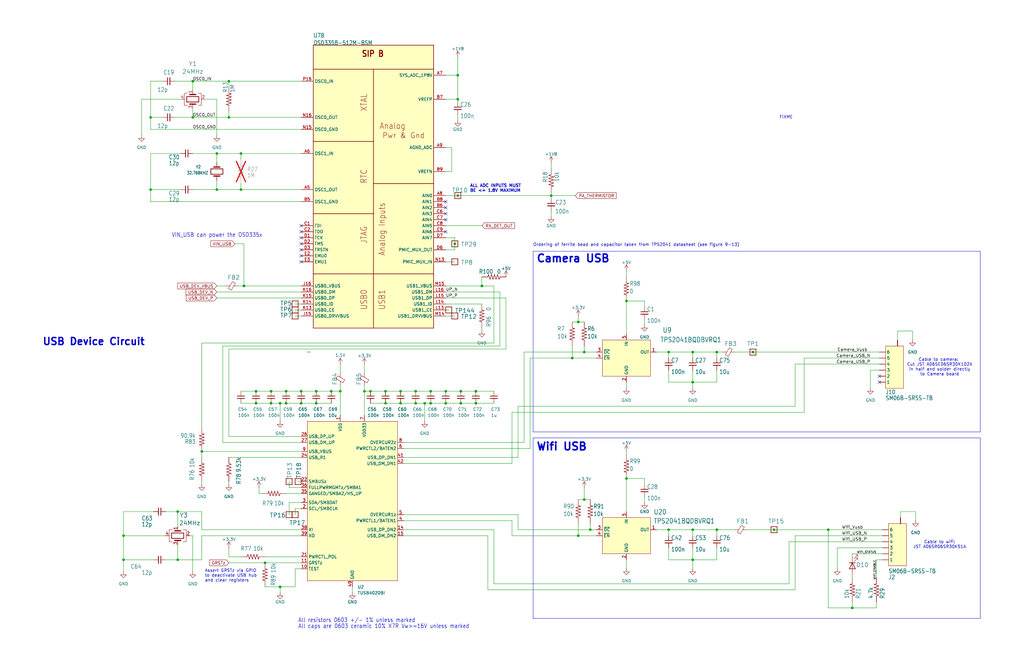
<source format=kicad_sch>
(kicad_sch (version 20250114) (generator "eeschema") (generator_version "9.0")
  (paper "B")
  (title_block (title "Oresat Live Card") (date "2025-09-15") (rev "2.1"))
  (text "USB Device Circuit" (at 17.78 146.05 0) (effects (font (size 3 3) (thickness 0.6) (bold yes)) (justify left bottom)))
  (text "VIN_USB can power the OSD335x" (at 72.39 100.33 0) (effects (font (size 1.778 1.5113)) (justify left bottom)))
  (text "All caps are 0603 ceramic 10% X7R Vw>=16V unless marked" (at 125.73 265.43 0) (effects (font (size 1.778 1.5113)) (justify left bottom)))
  (text "Ordering of ferrite bead and capacitor taken from TPS2041 datasheet (see figure 9-13)" (at 224.79 104.14 0) (effects (font (size 1.27 1.27)) (justify left bottom)))
  (text "Cable to camera: \nCut JST A06SE06SR30K102A\nin half and solder directly\nto Camera board" (at 396.24 154.94 0) (effects (font (size 1.27 1.27))))
  (text "Cable to wifi:\nJST A06SR06SR30K51A" (at 396.24 229.87 0) (effects (font (size 1.27 1.27))))
  (text "All resistors 0603 +/- 1% unless marked" (at 125.73 262.89 0) (effects (font (size 1.778 1.5113)) (justify left bottom)))
  (text "Assert GRSTz via GPIO\nto deactivate USB hub \nand clear registers\n" (at 86.36 245.745 0) (effects (font (size 1.27 1.27)) (justify left bottom)))
  (text "FIXME" (at 331.47 49.53 0) (effects (font (size 1.27 1.27))))
  (text "ALL ADC INPUTS MUST\nBE <= 1.8V MAXIMUM" (at 198.12 81.28 0) (effects (font (size 1.27 1.27) (thickness 0.254) (bold yes)) (justify left bottom)))
  (text "Wifi USB\n" (at 226.06 190.5 0) (effects (font (size 3.2385 3.2385) (thickness 0.6477) (bold yes)) (justify left bottom)))
  (text "1.1" (at 560.07 443.23 0) (effects (font (size 3.81 3.2385)) (justify left bottom)))
  (text "Camera USB\n" (at 226.06 111.125 0) (effects (font (size 3.2385 3.2385) (thickness 0.6477) (bold yes)) (justify left bottom)))
  (junction (at 264.16 201.93))
  (junction (at 156.21 165.1))
  (junction (at 193.04 82.55))
  (junction (at 194.31 170.18))
  (junction (at 179.07 170.18))
  (junction (at 143.51 165.1))
  (junction (at 74.93 236.22))
  (junction (at 241.3 151.13))
  (junction (at 127 170.18))
  (junction (at 292.1 223.52))
  (junction (at 91.44 80.01))
  (junction (at 91.44 64.77))
  (junction (at 74.93 215.9))
  (junction (at 96.52 34.29))
  (junction (at 248.92 223.52))
  (junction (at 246.38 210.82))
  (junction (at 111.76 237.49))
  (junction (at 193.04 31.75))
  (junction (at 102.87 120.65))
  (junction (at 191.77 102.87))
  (junction (at 81.28 49.53))
  (junction (at 118.11 247.65))
  (junction (at 200.66 165.1))
  (junction (at 85.09 190.5))
  (junction (at 101.6 64.77))
  (junction (at 162.56 170.18))
  (junction (at 153.67 165.1))
  (junction (at 302.26 148.59))
  (junction (at 181.61 165.1))
  (junction (at 52.07 226.06))
  (junction (at 326.39 223.52))
  (junction (at 292.1 161.29))
  (junction (at 120.65 165.1))
  (junction (at 292.1 236.22))
  (junction (at 281.94 223.52))
  (junction (at 317.5 148.59))
  (junction (at 281.94 148.59))
  (junction (at 264.16 127))
  (junction (at 193.04 41.91))
  (junction (at 107.95 165.1))
  (junction (at 52.07 236.22))
  (junction (at 133.35 170.18))
  (junction (at 203.2 120.65))
  (junction (at 181.61 170.18))
  (junction (at 349.25 223.52))
  (junction (at 187.96 170.18))
  (junction (at 292.1 148.59))
  (junction (at 168.91 165.1))
  (junction (at 118.11 170.18))
  (junction (at 187.96 165.1))
  (junction (at 96.52 49.53))
  (junction (at 81.28 34.29))
  (junction (at 246.38 148.59))
  (junction (at 232.41 82.55))
  (junction (at 114.3 170.18))
  (junction (at 302.26 223.52))
  (junction (at 243.84 135.89))
  (junction (at 101.6 80.01))
  (junction (at 107.95 170.18))
  (junction (at 139.7 165.1))
  (junction (at 133.35 165.1))
  (junction (at 168.91 170.18))
  (junction (at 162.56 165.1))
  (junction (at 175.26 165.1))
  (junction (at 194.31 165.1))
  (junction (at 127 165.1))
  (junction (at 114.3 165.1))
  (junction (at 200.66 170.18))
  (junction (at 63.5 49.53))
  (junction (at 63.5 80.01))
  (junction (at 359.41 256.54))
  (junction (at 243.84 226.06))
  (junction (at 120.65 170.18))
  (junction (at 175.26 170.18))
  (no_connect (at 127 110.49))
  (no_connect (at 187.96 92.71))
  (no_connect (at 370.84 161.29))
  (no_connect (at 187.96 90.17))
  (no_connect (at 127 95.25))
  (no_connect (at 187.96 85.09))
  (no_connect (at 127 107.95))
  (no_connect (at 370.84 158.75))
  (no_connect (at 127 100.33))
  (no_connect (at 127 102.87))
  (no_connect (at 127 105.41))
  (no_connect (at 187.96 87.63))
  (no_connect (at 127 97.79))
  (no_connect (at 187.96 97.79))
  (wire (pts (xy 203.2 128.27) (xy 187.96 128.27)))
  (wire (pts (xy 264.16 140.97) (xy 264.16 127)))
  (wire (pts (xy 127 205.74) (xy 121.92 205.74)))
  (wire (pts (xy 386.08 219.71) (xy 386.08 215.9)))
  (wire (pts (xy 292.1 148.59) (xy 292.1 151.13)))
  (wire (pts (xy 96.52 234.95) (xy 101.6 234.95)))
  (wire (pts (xy 85.09 190.5) (xy 127 190.5)))
  (wire (pts (xy 181.61 165.1) (xy 187.96 165.1)))
  (wire (pts (xy 69.85 215.9) (xy 74.93 215.9)))
  (wire (pts (xy 246.38 205.74) (xy 246.38 210.82)))
  (wire (pts (xy 52.07 236.22) (xy 52.07 226.06)))
  (wire (pts (xy 232.41 82.55) (xy 242.57 82.55)))
  (wire (pts (xy 218.44 171.45) (xy 335.28 171.45)))
  (wire (pts (xy 170.18 223.52) (xy 208.28 223.52)))
  (wire (pts (xy 213.36 147.32) (xy 213.36 125.73)))
  (wire (pts (xy 218.44 217.17) (xy 218.44 223.52)))
  (wire (pts (xy 271.78 134.62) (xy 271.78 137.16)))
  (wire (pts (xy 85.09 144.78) (xy 208.28 144.78)))
  (wire (pts (xy 120.65 165.1) (xy 127 165.1)))
  (wire (pts (xy 349.25 256.54) (xy 349.25 223.52)))
  (wire (pts (xy 91.44 41.91) (xy 91.44 57.15)))
  (wire (pts (xy 302.26 148.59) (xy 302.26 151.13)))
  (wire (pts (xy 181.61 170.18) (xy 187.96 170.18)))
  (wire (pts (xy 215.9 226.06) (xy 243.84 226.06)))
  (wire (pts (xy 74.93 215.9) (xy 85.09 215.9)))
  (wire (pts (xy 168.91 170.18) (xy 175.26 170.18)))
  (wire (pts (xy 378.46 139.7) (xy 378.46 143.51)))
  (wire (pts (xy 162.56 165.1) (xy 168.91 165.1)))
  (wire (pts (xy 187.96 110.49) (xy 191.77 110.49)))
  (wire (pts (xy 271.78 204.47) (xy 271.78 201.93)))
  (wire (pts (xy 127 226.06) (xy 85.09 226.06)))
  (wire (pts (xy 281.94 151.13) (xy 281.94 148.59)))
  (wire (pts (xy 153.67 162.56) (xy 153.67 165.1)))
  (wire (pts (xy 264.16 215.9) (xy 264.16 201.93)))
  (wire (pts (xy 370.84 156.21) (xy 367.03 156.21)))
  (wire (pts (xy 353.06 231.14) (xy 372.11 231.14)))
  (wire (pts (xy 243.84 135.89) (xy 246.38 135.89)))
  (wire (pts (xy 271.78 127) (xy 264.16 127)))
  (wire (pts (xy 232.41 68.58) (xy 232.41 71.12)))
  (wire (pts (xy 153.67 165.1) (xy 156.21 165.1)))
  (wire (pts (xy 359.41 234.95) (xy 359.41 233.68)))
  (wire (pts (xy 91.44 80.01) (xy 81.28 80.01)))
  (wire (pts (xy 335.28 226.06) (xy 372.11 226.06)))
  (wire (pts (xy 191.77 100.33) (xy 191.77 102.87)))
  (wire (pts (xy 68.58 49.53) (xy 63.5 49.53)))
  (wire (pts (xy 218.44 223.52) (xy 248.92 223.52)))
  (wire (pts (xy 243.84 210.82) (xy 246.38 210.82)))
  (wire (pts (xy 73.66 49.53) (xy 81.28 49.53)))
  (wire (pts (xy 187.96 72.39) (xy 190.5 72.39)))
  (wire (pts (xy 162.56 170.18) (xy 168.91 170.18)))
  (wire (pts (xy 170.18 219.71) (xy 215.9 219.71)))
  (wire (pts (xy 80.01 226.06) (xy 81.28 226.06)))
  (wire (pts (xy 175.26 170.18) (xy 179.07 170.18)))
  (wire (pts (xy 91.44 64.77) (xy 81.28 64.77)))
  (wire (pts (xy 200.66 165.1) (xy 208.28 165.1)))
  (wire (pts (xy 133.35 170.18) (xy 139.7 170.18)))
  (wire (pts (xy 187.96 95.25) (xy 203.2 95.25)))
  (wire (pts (xy 156.21 165.1) (xy 162.56 165.1)))
  (polyline (pts (xy 224.79 106.045) (xy 224.79 182.245)))
  (wire (pts (xy 302.26 223.52) (xy 302.26 226.06)))
  (wire (pts (xy 102.87 120.65) (xy 127 120.65)))
  (wire (pts (xy 335.28 248.92) (xy 335.28 226.06)))
  (wire (pts (xy 91.44 76.2) (xy 91.44 80.01)))
  (wire (pts (xy 81.28 45.72) (xy 81.28 49.53)))
  (wire (pts (xy 120.65 170.18) (xy 127 170.18)))
  (wire (pts (xy 281.94 161.29) (xy 292.1 161.29)))
  (wire (pts (xy 63.5 64.77) (xy 76.2 64.77)))
  (wire (pts (xy 205.74 248.92) (xy 335.28 248.92)))
  (wire (pts (xy 85.09 203.2) (xy 85.09 204.47)))
  (wire (pts (xy 302.26 156.21) (xy 302.26 161.29)))
  (wire (pts (xy 139.7 165.1) (xy 143.51 165.1)))
  (wire (pts (xy 187.96 100.33) (xy 191.77 100.33)))
  (wire (pts (xy 100.33 120.65) (xy 102.87 120.65)))
  (wire (pts (xy 220.98 148.59) (xy 220.98 186.69)))
  (wire (pts (xy 281.94 148.59) (xy 292.1 148.59)))
  (wire (pts (xy 281.94 226.06) (xy 281.94 223.52)))
  (wire (pts (xy 369.57 236.22) (xy 372.11 236.22)))
  (wire (pts (xy 187.96 31.75) (xy 193.04 31.75)))
  (wire (pts (xy 127 212.09) (xy 121.92 212.09)))
  (wire (pts (xy 96.52 36.83) (xy 96.52 34.29)))
  (wire (pts (xy 205.74 226.06) (xy 205.74 248.92)))
  (wire (pts (xy 187.96 165.1) (xy 194.31 165.1)))
  (wire (pts (xy 248.92 223.52) (xy 248.92 220.98)))
  (wire (pts (xy 93.98 146.05) (xy 210.82 146.05)))
  (wire (pts (xy 63.5 80.01) (xy 63.5 85.09)))
  (wire (pts (xy 96.52 147.32) (xy 213.36 147.32)))
  (wire (pts (xy 349.25 223.52) (xy 372.11 223.52)))
  (wire (pts (xy 127 54.61) (xy 63.5 54.61)))
  (wire (pts (xy 187.96 62.23) (xy 190.5 62.23)))
  (wire (pts (xy 85.09 226.06) (xy 85.09 236.22)))
  (wire (pts (xy 292.1 236.22) (xy 302.26 236.22)))
  (wire (pts (xy 63.5 49.53) (xy 63.5 34.29)))
  (wire (pts (xy 52.07 215.9) (xy 64.77 215.9)))
  (wire (pts (xy 193.04 31.75) (xy 193.04 41.91)))
  (wire (pts (xy 187.96 170.18) (xy 194.31 170.18)))
  (polyline (pts (xy 224.79 184.785) (xy 224.79 260.985)))
  (wire (pts (xy 349.25 256.54) (xy 359.41 256.54)))
  (wire (pts (xy 127 214.63) (xy 124.46 214.63)))
  (wire (pts (xy 168.91 165.1) (xy 175.26 165.1)))
  (wire (pts (xy 187.96 133.35) (xy 191.77 133.35)))
  (wire (pts (xy 96.52 231.14) (xy 96.52 234.95)))
  (wire (pts (xy 124.46 240.03) (xy 124.46 247.65)))
  (wire (pts (xy 194.31 165.1) (xy 200.66 165.1)))
  (wire (pts (xy 68.58 34.29) (xy 63.5 34.29)))
  (wire (pts (xy 193.04 24.13) (xy 193.04 31.75)))
  (wire (pts (xy 264.16 190.5) (xy 264.16 191.77)))
  (wire (pts (xy 81.28 34.29) (xy 81.28 38.1)))
  (wire (pts (xy 156.21 170.18) (xy 162.56 170.18)))
  (wire (pts (xy 332.74 228.6) (xy 372.11 228.6)))
  (wire (pts (xy 52.07 236.22) (xy 52.07 241.3)))
  (wire (pts (xy 241.3 151.13) (xy 251.46 151.13)))
  (wire (pts (xy 111.76 247.65) (xy 118.11 247.65)))
  (wire (pts (xy 127 64.77) (xy 101.6 64.77)))
  (wire (pts (xy 292.1 223.52) (xy 302.26 223.52)))
  (wire (pts (xy 276.86 223.52) (xy 281.94 223.52)))
  (wire (pts (xy 292.1 148.59) (xy 302.26 148.59)))
  (wire (pts (xy 369.57 254) (xy 369.57 256.54)))
  (wire (pts (xy 193.04 41.91) (xy 193.04 43.18)))
  (wire (pts (xy 359.41 256.54) (xy 359.41 254)))
  (wire (pts (xy 124.46 214.63) (xy 124.46 217.17)))
  (wire (pts (xy 52.07 226.06) (xy 52.07 215.9)))
  (wire (pts (xy 353.06 231.14) (xy 353.06 240.03)))
  (wire (pts (xy 118.11 247.65) (xy 118.11 250.19)))
  (wire (pts (xy 281.94 156.21) (xy 281.94 161.29)))
  (wire (pts (xy 114.3 170.18) (xy 118.11 170.18)))
  (wire (pts (xy 243.84 226.06) (xy 251.46 226.06)))
  (wire (pts (xy 143.51 165.1) (xy 143.51 175.26)))
  (wire (pts (xy 326.39 223.52) (xy 349.25 223.52)))
  (wire (pts (xy 215.9 219.71) (xy 215.9 226.06)))
  (wire (pts (xy 96.52 184.15) (xy 96.52 147.32)))
  (wire (pts (xy 91.44 80.01) (xy 101.6 80.01)))
  (wire (pts (xy 292.1 236.22) (xy 292.1 240.03)))
  (wire (pts (xy 107.95 165.1) (xy 114.3 165.1)))
  (wire (pts (xy 59.69 41.91) (xy 76.2 41.91)))
  (wire (pts (xy 109.22 205.74) (xy 109.22 208.28)))
  (wire (pts (xy 332.74 246.38) (xy 332.74 228.6)))
  (wire (pts (xy 81.28 226.06) (xy 81.28 241.3)))
  (wire (pts (xy 81.28 34.29) (xy 96.52 34.29)))
  (wire (pts (xy 170.18 189.23) (xy 223.52 189.23)))
  (wire (pts (xy 190.5 62.23) (xy 190.5 72.39)))
  (wire (pts (xy 96.52 184.15) (xy 127 184.15)))
  (wire (pts (xy 220.98 148.59) (xy 246.38 148.59)))
  (wire (pts (xy 203.2 116.84) (xy 203.2 120.65)))
  (wire (pts (xy 384.81 139.7) (xy 384.81 143.51)))
  (wire (pts (xy 99.06 102.87) (xy 102.87 102.87)))
  (polyline (pts (xy 224.79 260.985) (xy 413.385 260.985)))
  (wire (pts (xy 74.93 229.87) (xy 74.93 236.22)))
  (wire (pts (xy 96.52 193.04) (xy 127 193.04)))
  (wire (pts (xy 379.73 215.9) (xy 386.08 215.9)))
  (wire (pts (xy 170.18 195.58) (xy 215.9 195.58)))
  (wire (pts (xy 223.52 151.13) (xy 241.3 151.13)))
  (wire (pts (xy 93.98 186.69) (xy 93.98 146.05)))
  (wire (pts (xy 208.28 120.65) (xy 208.28 144.78)))
  (wire (pts (xy 208.28 223.52) (xy 208.28 246.38)))
  (wire (pts (xy 232.41 81.28) (xy 232.41 82.55)))
  (wire (pts (xy 124.46 240.03) (xy 127 240.03)))
  (wire (pts (xy 335.28 171.45) (xy 335.28 153.67)))
  (wire (pts (xy 248.92 223.52) (xy 251.46 223.52)))
  (wire (pts (xy 121.92 212.09) (xy 121.92 217.17)))
  (wire (pts (xy 86.36 41.91) (xy 91.44 41.91)))
  (wire (pts (xy 384.81 139.7) (xy 378.46 139.7)))
  (wire (pts (xy 187.96 125.73) (xy 213.36 125.73)))
  (wire (pts (xy 246.38 148.59) (xy 246.38 146.05)))
  (wire (pts (xy 143.51 153.67) (xy 143.51 157.48)))
  (wire (pts (xy 271.78 129.54) (xy 271.78 127)))
  (wire (pts (xy 85.09 223.52) (xy 127 223.52)))
  (wire (pts (xy 281.94 223.52) (xy 292.1 223.52)))
  (wire (pts (xy 127 80.01) (xy 101.6 80.01)))
  (polyline (pts (xy 224.79 106.045) (xy 413.385 106.045)))
  (wire (pts (xy 111.76 234.95) (xy 127 234.95)))
  (wire (pts (xy 63.5 80.01) (xy 76.2 80.01)))
  (wire (pts (xy 302.26 148.59) (xy 304.8 148.59)))
  (wire (pts (xy 292.1 156.21) (xy 292.1 161.29)))
  (wire (pts (xy 85.09 180.34) (xy 85.09 144.78)))
  (wire (pts (xy 91.44 125.73) (xy 127 125.73)))
  (wire (pts (xy 179.07 170.18) (xy 179.07 177.8)))
  (wire (pts (xy 314.96 223.52) (xy 326.39 223.52)))
  (wire (pts (xy 276.86 148.59) (xy 281.94 148.59)))
  (wire (pts (xy 175.26 165.1) (xy 181.61 165.1)))
  (polyline (pts (xy 129.54 148.59) (xy 130.81 148.59)))
  (wire (pts (xy 292.1 223.52) (xy 292.1 226.06)))
  (wire (pts (xy 359.41 233.68) (xy 372.11 233.68)))
  (wire (pts (xy 191.77 105.41) (xy 187.96 105.41)))
  (wire (pts (xy 121.92 205.74) (xy 121.92 203.2)))
  (wire (pts (xy 243.84 220.98) (xy 243.84 226.06)))
  (wire (pts (xy 85.09 190.5) (xy 85.09 193.04)))
  (wire (pts (xy 200.66 170.18) (xy 208.28 170.18)))
  (wire (pts (xy 96.52 49.53) (xy 96.52 46.99)))
  (wire (pts (xy 93.98 186.69) (xy 127 186.69)))
  (wire (pts (xy 179.07 170.18) (xy 181.61 170.18)))
  (wire (pts (xy 96.52 203.2) (xy 96.52 204.47)))
  (wire (pts (xy 125.73 203.2) (xy 127 203.2)))
  (wire (pts (xy 101.6 170.18) (xy 107.95 170.18)))
  (wire (pts (xy 243.84 135.89) (xy 243.84 133.35)))
  (wire (pts (xy 52.07 226.06) (xy 69.85 226.06)))
  (wire (pts (xy 210.82 146.05) (xy 210.82 123.19)))
  (wire (pts (xy 339.09 151.13) (xy 339.09 173.99)))
  (wire (pts (xy 101.6 77.47) (xy 101.6 80.01)))
  (wire (pts (xy 110.49 208.28) (xy 109.22 208.28)))
  (wire (pts (xy 335.28 153.67) (xy 370.84 153.67)))
  (wire (pts (xy 309.88 223.52) (xy 302.26 223.52)))
  (wire (pts (xy 264.16 163.83) (xy 264.16 161.29)))
  (wire (pts (xy 264.16 114.3) (xy 264.16 116.84)))
  (wire (pts (xy 91.44 64.77) (xy 91.44 68.58)))
  (wire (pts (xy 215.9 173.99) (xy 339.09 173.99)))
  (wire (pts (xy 369.57 256.54) (xy 359.41 256.54)))
  (wire (pts (xy 74.93 215.9) (xy 74.93 222.25)))
  (wire (pts (xy 101.6 165.1) (xy 107.95 165.1)))
  (wire (pts (xy 232.41 88.9) (xy 232.41 91.44)))
  (wire (pts (xy 73.66 34.29) (xy 81.28 34.29)))
  (wire (pts (xy 369.57 243.84) (xy 369.57 236.22)))
  (wire (pts (xy 102.87 120.65) (xy 102.87 102.87)))
  (wire (pts (xy 52.07 236.22) (xy 64.77 236.22)))
  (wire (pts (xy 118.11 247.65) (xy 124.46 247.65)))
  (polyline (pts (xy 224.79 184.785) (xy 413.385 184.785)))
  (wire (pts (xy 96.52 49.53) (xy 127 49.53)))
  (wire (pts (xy 218.44 171.45) (xy 218.44 193.04)))
  (wire (pts (xy 203.2 120.65) (xy 208.28 120.65)))
  (wire (pts (xy 292.1 231.14) (xy 292.1 236.22)))
  (wire (pts (xy 170.18 186.69) (xy 220.98 186.69)))
  (wire (pts (xy 127 34.29) (xy 96.52 34.29)))
  (wire (pts (xy 124.46 128.27) (xy 127 128.27)))
  (wire (pts (xy 91.44 123.19) (xy 127 123.19)))
  (wire (pts (xy 114.3 165.1) (xy 120.65 165.1)))
  (wire (pts (xy 127 165.1) (xy 133.35 165.1)))
  (wire (pts (xy 69.85 236.22) (xy 74.93 236.22)))
  (wire (pts (xy 63.5 54.61) (xy 63.5 49.53)))
  (wire (pts (xy 74.93 236.22) (xy 85.09 236.22)))
  (wire (pts (xy 101.6 67.31) (xy 101.6 64.77)))
  (wire (pts (xy 208.28 246.38) (xy 332.74 246.38)))
  (wire (pts (xy 170.18 217.17) (xy 218.44 217.17)))
  (wire (pts (xy 59.69 41.91) (xy 59.69 57.15)))
  (wire (pts (xy 124.46 130.81) (xy 127 130.81)))
  (wire (pts (xy 367.03 156.21) (xy 367.03 163.83)))
  (wire (pts (xy 271.78 209.55) (xy 271.78 212.09)))
  (wire (pts (xy 241.3 146.05) (xy 241.3 151.13)))
  (wire (pts (xy 215.9 173.99) (xy 215.9 195.58)))
  (wire (pts (xy 359.41 243.84) (xy 359.41 242.57)))
  (wire (pts (xy 111.76 237.49) (xy 127 237.49)))
  (wire (pts (xy 309.88 148.59) (xy 317.5 148.59)))
  (wire (pts (xy 232.41 82.55) (xy 232.41 83.82)))
  (wire (pts (xy 292.1 163.83) (xy 292.1 161.29)))
  (wire (pts (xy 120.65 208.28) (xy 127 208.28)))
  (wire (pts (xy 118.11 170.18) (xy 118.11 177.8)))
  (wire (pts (xy 127 170.18) (xy 133.35 170.18)))
  (wire (pts (xy 281.94 231.14) (xy 281.94 236.22)))
  (wire (pts (xy 153.67 165.1) (xy 153.67 175.26)))
  (wire (pts (xy 187.96 41.91) (xy 193.04 41.91)))
  (wire (pts (xy 81.28 49.53) (xy 96.52 49.53)))
  (wire (pts (xy 246.38 210.82) (xy 248.92 210.82)))
  (wire (pts (xy 96.52 237.49) (xy 111.76 237.49)))
  (wire (pts (xy 264.16 236.22) (xy 264.16 240.03)))
  (wire (pts (xy 271.78 201.93) (xy 264.16 201.93)))
  (wire (pts (xy 281.94 236.22) (xy 292.1 236.22)))
  (wire (pts (xy 193.04 48.26) (xy 193.04 50.8)))
  (polyline (pts (xy 413.385 260.985) (xy 413.385 184.785)))
  (wire (pts (xy 223.52 151.13) (xy 223.52 189.23)))
  (wire (pts (xy 101.6 64.77) (xy 91.44 64.77)))
  (wire (pts (xy 292.1 161.29) (xy 302.26 161.29)))
  (wire (pts (xy 241.3 135.89) (xy 243.84 135.89)))
  (wire (pts (xy 107.95 170.18) (xy 114.3 170.18)))
  (wire (pts (xy 187.96 82.55) (xy 193.04 82.55)))
  (wire (pts (xy 153.67 153.67) (xy 153.67 157.48)))
  (wire (pts (xy 194.31 170.18) (xy 200.66 170.18)))
  (wire (pts (xy 187.96 120.65) (xy 203.2 120.65)))
  (wire (pts (xy 339.09 151.13) (xy 370.84 151.13)))
  (wire (pts (xy 143.51 162.56) (xy 143.51 165.1)))
  (wire (pts (xy 170.18 193.04) (xy 218.44 193.04)))
  (wire (pts (xy 63.5 85.09) (xy 127 85.09)))
  (wire (pts (xy 191.77 102.87) (xy 191.77 105.41)))
  (wire (pts (xy 63.5 64.77) (xy 63.5 80.01)))
  (wire (pts (xy 133.35 165.1) (xy 139.7 165.1)))
  (polyline (pts (xy 224.79 182.245) (xy 413.385 182.245)))
  (wire (pts (xy 187.96 123.19) (xy 210.82 123.19)))
  (wire (pts (xy 91.44 120.65) (xy 95.25 120.65)))
  (wire (pts (xy 251.46 148.59) (xy 246.38 148.59)))
  (wire (pts (xy 118.11 170.18) (xy 120.65 170.18)))
  (wire (pts (xy 170.18 226.06) (xy 205.74 226.06)))
  (wire (pts (xy 379.73 215.9) (xy 379.73 218.44)))
  (polyline (pts (xy 413.385 182.245) (xy 413.385 106.045)))
  (wire (pts (xy 302.26 231.14) (xy 302.26 236.22)))
  (wire (pts (xy 85.09 215.9) (xy 85.09 223.52)))
  (wire (pts (xy 124.46 133.35) (xy 127 133.35)))
  (wire (pts (xy 203.2 139.7) (xy 203.2 138.43)))
  (wire (pts (xy 148.59 247.65) (xy 148.59 250.19)))
  (wire (pts (xy 187.96 130.81) (xy 189.23 130.81)))
  (wire (pts (xy 193.04 82.55) (xy 232.41 82.55)))
  (wire (pts (xy 317.5 148.59) (xy 370.84 148.59)))
  (label "Camera_USB_N" (at 367.03 151.13 180))
  (label "OSC0_GND" (at 81.28 54.61 0) (effects (font (size 1.2446 1.2446))))
  (label "OSC0_OUT" (at 81.28 49.53 0) (effects (font (size 1.2446 1.2446))))
  (label "Camera_USB_P" (at 367.03 153.67 180))
  (label "Camera_Vusb" (at 353.06 148.59 0))
  (label "Wifi_Vusb" (at 354.965 223.52 0))
  (label "Wifi_USB_N" (at 354.965 226.06 0))
  (label "Wifi_USB_P" (at 354.965 228.6 0))
  (label "WIFI_STATUS" (at 361.315 233.68 0) (effects (font (size 0.889 0.889))))
  (label "UP_P" (at 187.96 125.73 0))
  (label "WIFI_ENABLE" (at 369.57 236.22 270) (effects (font (size 0.889 0.889))))
  (label "OSC0_IN" (at 81.28 34.29 0) (effects (font (size 1.2446 1.2446))))
  (label "UP_N" (at 187.96 123.19 0))
  (global_label "PA_THERMISTOR" (shape input) (at 242.57 82.55 0) (property "Intersheetrefs" "${INTERSHEET_REFS}" (at 260.4323 82.55 0) (effects (font (size 0.889 0.889)) (justify left))))
  (global_label "GRSTz" (shape input) (at 96.52 237.49 180) (property "Intersheetrefs" "${INTERSHEET_REFS}" (at 88.3617 237.4106 0) (effects (justify right))))
  (global_label "USB_DEV_VBUS" (shape input) (at 91.44 120.65 180) (property "Intersheetrefs" "${INTERSHEET_REFS}" (at 74.3034 120.65 0) (effects (font (size 0.9957 0.9957)) (justify right))))
  (global_label "VIN_USB" (shape input) (at 99.06 102.87 180) (property "Intersheetrefs" "${INTERSHEET_REFS}" (at 88.2733 102.87 0) (effects (font (size 1.2446 1.2446)) (justify right))))
  (global_label "USB_DEV_P" (shape input) (at 91.44 125.73 180) (property "Intersheetrefs" "${INTERSHEET_REFS}" (at 77.932 125.73 0) (effects (font (size 0.9957 0.9957)) (justify right))))
  (global_label "RX_DET_OUT" (shape input) (at 203.2 95.25 0) (property "Intersheetrefs" "${INTERSHEET_REFS}" (at 217.6151 95.25 0) (effects (justify left))))
  (global_label "USB_DEV_N" (shape input) (at 91.44 123.19 180) (property "Intersheetrefs" "${INTERSHEET_REFS}" (at 77.8715 123.19 0) (effects (font (size 0.9957 0.9957)) (justify right))))
  (symbol (lib_id "oresat-misc:Test-Point-1mm-round") (at 124.46 217.17 270) (unit 1)
    (property "Reference" "TP17" (at 121.92 221.615 90) (effects (font (size 1.778 1.778)) (justify left bottom)))
    (property "Value" "TEST-POINT3X4" (effects (hide yes)))
    (property "Footprint" "oresat-misc:TestPoint_Pad_D1.0mm" (effects (hide yes)))
  )
  (symbol (lib_id "power:GND") (at 193.04 50.8 0) (unit 1)
    (property "Reference" "#PWR53" (effects (hide yes)))
    (property "Value" "GND" (at 193.04 54.61 0))
    (property "Description" "Power symbol creates a global label with name \"GND\" , ground" (effects (hide yes)))
  )
  (symbol (lib_id "oresat-misc:Test-Point-1mm-round") (at 124.46 128.27 90) (unit 1)
    (property "Reference" "TP5" (at 123.19 127 90) (effects (font (size 1.778 1.778)) (justify left bottom)))
    (property "Value" "TEST-POINT3X4" (effects (hide yes)))
    (property "Footprint" "oresat-misc:TestPoint_Pad_D1.0mm" (effects (hide yes)))
  )
  (symbol (lib_name "TPS2041BQDBVRQ1_1") (lib_id "oresat-ics:TPS2041BQDBVRQ1") (at 264.16 148.59 0) (unit 1)
    (property "Reference" "U9" (at 279.4 140.462 0) (effects (font (size 2.0828 1.7703)) (justify left bottom)))
    (property "Value" "TPS2041BQDBVRQ1" (at 278.384 144.526 0) (effects (font (size 2.0828 1.7703)) (justify left bottom)))
    (property "Footprint" "oresat-live-card:DBV5" (effects (hide yes)))
    (property "Datasheet" "https://www.ti.com/lit/ds/symlink/tps2041b-q1.pdf?HQS=dis-dk-null-digikeymode-dsf-pf-null-wwe&ts=1651525711603&ref_url=https%253A%252F%252Fwww.ti.com%252Fgeneral%252Fdocs%252Fsuppproductinfo.tsp%253FdistId%253D10%2526gotoUrl%253Dhttps%253A%252F%252Fwww.ti.com%252Flit%252Fgpn%252Ftps2041b-q1" (effects (hide yes)))
    (property "Description" "Power Switch/Driver 1:1 N-Channel 500mA" (effects (hide yes)))
    (property "MPN" "TPS2041BQDBVRQ1" (effects (hide yes)))
    (property "DPN" "296-25159-1-ND " (effects (hide yes)))
    (property "MFR" "Texas Instruments " (effects (hide yes)))
    (property "DIS" "DigiKey" (effects (hide yes)))
  )
  (symbol (lib_id "oresat-passives:R-US") (at 111.76 242.57 90) (unit 1)
    (property "Reference" "R89" (at 114.3 242.57 0) (effects (font (size 1.778 1.5113)) (justify right top)))
    (property "Value" "10k" (at 114.3 237.49 0) (effects (font (size 1.778 1.5113)) (justify right top)))
    (property "Footprint" "Resistor_SMD:R_0603_1608Metric" (effects (hide yes)))
    (property "Description" "RES SMD 10K OHM 1% 1/10W 0603" (effects (hide yes)))
    (property "MPN" "ERJ-3EKF1002V" (effects (hide yes)))
    (property "DPN" "P10.0KHCT-ND " (effects (hide yes)))
    (property "MFR" "Panasonic " (effects (hide yes)))
    (property "DIS" "DigiKey" (effects (hide yes)))
  )
  (symbol (lib_id "Device:C_Small") (at 133.35 167.64 0) (unit 1)
    (property "Reference" "C67" (at 132.08 172.72 0) (effects (justify left)))
    (property "Value" "100n" (at 132.08 175.26 0) (effects (justify left)))
    (property "Footprint" "Resistor_SMD:R_0603_1608Metric" (effects (hide yes)))
    (property "Description" "CAP CER 0.1UF 25V X7R 0603" (effects (hide yes)))
    (property "MPN" "CGA3E2X7R1E104K080AA " (effects (hide yes)))
    (property "DPN" "445-5667-1-ND " (effects (hide yes)))
    (property "MFR" "TDK Corporation " (effects (hide yes)))
    (property "DIS" "DigiKey" (effects (hide yes)))
  )
  (symbol (lib_id "oresat-passives:R-US") (at 264.16 121.92 90) (unit 1)
    (property "Reference" "R98" (at 265.43 120.65 90) (effects (font (size 1.778 1.5113)) (justify right top)))
    (property "Value" "0" (at 265.43 121.92 90) (effects (font (size 1.778 1.5113)) (justify right bottom)))
    (property "Footprint" "Resistor_SMD:R_0603_1608Metric" (effects (hide yes)))
    (property "Description" "RES SMD 0 OHM JUMPER 1/10W 0603" (effects (hide yes)))
    (property "MPN" "ERJ-3GEY0R00V " (effects (hide yes)))
    (property "DPN" "P0.0GCT-ND " (effects (hide yes)))
    (property "MFR" "Panasonic " (effects (hide yes)))
    (property "DIS" "DigiKey" (effects (hide yes)))
  )
  (symbol (lib_id "power:GND") (at 384.81 143.51 0) (unit 1)
    (property "Reference" "#PWR60" (effects (hide yes)))
    (property "Value" "GND" (at 384.81 148.59 0))
    (property "Description" "Power symbol creates a global label with name \"GND\" , ground" (effects (hide yes)))
  )
  (symbol (lib_id "oresat-ics:TPS2041BQDBVRQ1") (at 264.16 223.52 0) (unit 1)
    (property "Reference" "U20" (at 275.59 217.17 0) (effects (font (size 2.0828 1.7703)) (justify left bottom)))
    (property "Value" "TPS2041BQDBVRQ1" (at 275.59 220.98 0) (effects (font (size 2.0828 1.7703)) (justify left bottom)))
    (property "Footprint" "oresat-live-card:DBV5" (effects (hide yes)))
    (property "Datasheet" "https://www.ti.com/lit/ds/symlink/tps2041b-q1.pdf?HQS=dis-dk-null-digikeymode-dsf-pf-null-wwe&ts=1651525711603&ref_url=https%253A%252F%252Fwww.ti.com%252Fgeneral%252Fdocs%252Fsuppproductinfo.tsp%253FdistId%253D10%2526gotoUrl%253Dhttps%253A%252F%252Fwww.ti.com%252Flit%252Fgpn%252Ftps2041b-q1" (effects (hide yes)))
    (property "Description" "Power Switch/Driver 1:1 N-Channel 500mA" (effects (hide yes)))
    (property "MPN" "TPS2041BQDBVRQ1" (effects (hide yes)))
    (property "DPN" "296-25159-1-ND " (effects (hide yes)))
    (property "MFR" "Texas Instruments " (effects (hide yes)))
    (property "DIS" "DigiKey" (effects (hide yes)))
  )
  (symbol (lib_id "oresat-passives:R-US") (at 96.52 198.12 270) (unit 1)
    (property "Reference" "R78" (at 101.6 204.47 0) (effects (font (size 1.778 1.5113)) (justify right top)))
    (property "Value" "9.53k" (at 101.6 199.39 0) (effects (font (size 1.778 1.5113)) (justify right top)))
    (property "Footprint" "Resistor_SMD:R_0603_1608Metric" (effects (hide yes)))
    (property "Description" "RES 9.53K OHM 1% 1/10W 0603" (effects (hide yes)))
    (property "MPN" "ERJ-3EKF9531V " (effects (hide yes)))
    (property "DPN" "P9.53KHCT-ND " (effects (hide yes)))
    (property "MFR" "Panasonic " (effects (hide yes)))
    (property "DIS" "DigiKey" (effects (hide yes)))
  )
  (symbol (lib_id "oresat-connectors:SM06B-SRSS-TB(LF)(SN)") (at 379.73 231.14 0) (mirror x) (unit 1)
    (property "Reference" "J2" (at 374.65 242.57 0) (effects (font (size 1.778 1.5113)) (justify left bottom)))
    (property "Value" "SM06B-SRSS-TB" (at 374.65 240.03 0) (effects (font (size 1.778 1.5113)) (justify left bottom)))
    (property "Footprint" "oresat-live-card:CONN_SM06B-SRSS-TB_JST" (effects (hide yes)))
    (property "Description" "CONN HEADER SMD R/A 6POS 1MM" (effects (hide yes)))
    (property "MPN" "SM06B-SRSS-TB(LF)(SN)" (effects (hide yes)))
    (property "DPN" "306-M06BSRSSTBLFSNPP" (effects (hide yes)))
    (property "MFR" "JST Commercial " (effects (hide yes)))
  )
  (symbol (lib_id "power:+5V") (at 264.16 114.3 0) (unit 1)
    (property "Reference" "#PWR0170" (effects (hide yes)))
    (property "Value" "+5V" (at 264.16 110.744 0))
    (property "Description" "Power symbol creates a global label with name \"+5V\"" (effects (hide yes)))
  )
  (symbol (lib_id "Device:C_Small") (at 292.1 153.67 0) (unit 1)
    (property "Reference" "C27" (at 293.116 153.035 0) (effects (font (size 1.778 1.5113)) (justify left bottom)))
    (property "Value" "10u" (at 293.116 157.861 0) (effects (font (size 1.778 1.5113)) (justify left bottom)))
    (property "Footprint" "Resistor_SMD:R_0805_2012Metric" (effects (hide yes)))
    (property "Description" "CAP CER 10UF 16V X7S 0805" (effects (hide yes)))
    (property "MPN" "CGA4J1X7S1C106M125AC " (effects (hide yes)))
    (property "DPN" "445-16111-1-ND " (effects (hide yes)))
    (property "MFR" "TDK Corporation " (effects (hide yes)))
    (property "DIS" "DigiKey" (effects (hide yes)))
  )
  (symbol (lib_id "oresat-passives:R-US") (at 232.41 76.2 90) (mirror x) (unit 1)
    (property "Reference" "R18" (at 230.9114 72.39 0) (effects (font (size 1.778 1.5113)) (justify left bottom)))
    (property "Value" "10k" (at 235.712 72.39 0) (effects (font (size 1.778 1.5113)) (justify left bottom)))
    (property "Footprint" "Resistor_SMD:R_0603_1608Metric" (effects (hide yes)))
    (property "Description" "RES SMD 10K OHM 1% 1/10W 0603" (effects (hide yes)))
    (property "MPN" "ERJ-3EKF1002V" (effects (hide yes)))
    (property "DPN" "P10.0KHCT-ND " (effects (hide yes)))
    (property "MFR" "Panasonic " (effects (hide yes)))
    (property "DIS" "DigiKey" (effects (hide yes)))
  )
  (symbol (lib_id "Device:C_Small") (at 162.56 167.64 0) (unit 1)
    (property "Reference" "C58" (at 161.29 172.72 0) (effects (justify left)))
    (property "Value" "100n" (at 161.29 175.26 0) (effects (justify left)))
    (property "Footprint" "Resistor_SMD:R_0603_1608Metric" (effects (hide yes)))
    (property "Description" "CAP CER 0.1UF 25V X7R 0603" (effects (hide yes)))
    (property "MPN" "CGA3E2X7R1E104K080AA " (effects (hide yes)))
    (property "DPN" "445-5667-1-ND " (effects (hide yes)))
    (property "MFR" "TDK Corporation " (effects (hide yes)))
    (property "DIS" "DigiKey" (effects (hide yes)))
  )
  (symbol (lib_id "Device:Crystal_GND24") (at 81.28 41.91 270) (unit 1)
    (property "Reference" "Y1" (at 81.28 27.94 90) (effects (font (size 1.778 1.778)) (justify bottom)))
    (property "Value" "24MHz" (at 81.28 29.21 90) (effects (font (size 1.778 1.778)) (justify top)))
    (property "Footprint" "oresat-live-card:5X3.2-4SMD" (effects (hide yes)))
    (property "Description" "CRYSTAL 24.0000MHZ 12PF SMD" (effects (hide yes)))
    (property "MPN" "ECS-240-20ECS-240-12-30BQ-AEN-TR -30B-TR" (effects (hide yes)))
    (property "DPN" "XC2580CT-ND " (effects (hide yes)))
    (property "MFR" "ECS Inc. " (effects (hide yes)))
    (property "DIS" "DigiKey" (effects (hide yes)))
  )
  (symbol (lib_id "power:GND") (at 118.11 177.8 0) (unit 1)
    (property "Reference" "#PWR61" (effects (hide yes)))
    (property "Value" "GND" (at 118.11 182.88 0))
    (property "Description" "Power symbol creates a global label with name \"GND\" , ground" (effects (hide yes)))
  )
  (symbol (lib_id "oresat-passives:R-US") (at 248.92 215.9 90) (unit 1)
    (property "Reference" "R91" (at 250.19 214.63 90) (effects (font (size 1.778 1.5113)) (justify right top)))
    (property "Value" "10k" (at 250.19 215.9 90) (effects (font (size 1.778 1.5113)) (justify right bottom)))
    (property "Footprint" "Resistor_SMD:R_0603_1608Metric" (effects (hide yes)))
    (property "Description" "RES SMD 10K OHM 1% 1/10W 0603" (effects (hide yes)))
    (property "MPN" "ERJ-3EKF1002V" (effects (hide yes)))
    (property "DPN" "P10.0KHCT-ND " (effects (hide yes)))
    (property "MFR" "Panasonic " (effects (hide yes)))
    (property "DIS" "DigiKey" (effects (hide yes)))
  )
  (symbol (lib_id "power:+3.3V") (at 246.38 205.74 0) (unit 1)
    (property "Reference" "#PWR0160" (effects (hide yes)))
    (property "Value" "+3.3V" (at 246.38 202.184 0))
    (property "Description" "Power symbol creates a global label with name \"+3.3V\"" (effects (hide yes)))
  )
  (symbol (lib_id "power:GND") (at 292.1 240.03 0) (unit 1)
    (property "Reference" "#PWR70" (effects (hide yes)))
    (property "Value" "GND" (at 292.1 245.11 0))
    (property "Description" "Power symbol creates a global label with name \"GND\" , ground" (effects (hide yes)))
  )
  (symbol (lib_id "Device:C_Small") (at 67.31 236.22 270) (unit 1)
    (property "Reference" "C64" (at 59.69 240.03 90) (effects (font (size 1.778 1.5113)) (justify right bottom)))
    (property "Value" "12p" (at 59.69 242.57 90) (effects (font (size 1.778 1.5113)) (justify left bottom)))
    (property "Footprint" "Resistor_SMD:R_0603_1608Metric" (effects (hide yes)))
    (property "Description" "CAP CER 12PF 50V C0G 0603" (effects (hide yes)))
    (property "MPN" "CGA3E2C0G1H120J080AA " (effects (hide yes)))
    (property "DPN" "445-5629-1-ND " (effects (hide yes)))
    (property "MFR" "TDK Corporation " (effects (hide yes)))
    (property "DIS" "DigiKey" (effects (hide yes)))
  )
  (symbol (lib_id "Device:C_Small") (at 127 167.64 0) (unit 1)
    (property "Reference" "C65" (at 125.73 172.72 0) (effects (justify left)))
    (property "Value" "100n" (at 125.73 175.26 0) (effects (justify left)))
    (property "Footprint" "Resistor_SMD:R_0603_1608Metric" (effects (hide yes)))
    (property "Description" "CAP CER 0.1UF 25V X7R 0603" (effects (hide yes)))
    (property "MPN" "CGA3E2X7R1E104K080AA " (effects (hide yes)))
    (property "DPN" "445-5667-1-ND " (effects (hide yes)))
    (property "MFR" "TDK Corporation " (effects (hide yes)))
    (property "DIS" "DigiKey" (effects (hide yes)))
  )
  (symbol (lib_id "oresat-misc:Test-Point-1mm-round") (at 193.04 82.55 90) (unit 1)
    (property "Reference" "TP10" (at 190.5 81.28 90) (effects (font (size 1.778 1.778)) (justify right top)))
    (property "Value" "TEST-POINT" (effects (hide yes)))
    (property "Footprint" "oresat-misc:TestPoint_Pad_D1.0mm" (effects (hide yes)))
  )
  (symbol (lib_id "power:+1V8") (at 193.04 24.13 0) (mirror y) (unit 1)
    (property "Reference" "#1V0102" (effects (hide yes)))
    (property "Value" "+1V8" (at 193.04 20.574 0))
    (property "Description" "Power symbol creates a global label with name \"+1V8\"" (effects (hide yes)))
  )
  (symbol (lib_id "oresat-misc:Test-Point-1mm-round") (at 121.92 203.2 90) (unit 1)
    (property "Reference" "TP13" (at 123.19 201.93 0) (effects (font (size 1.778 1.778)) (justify left bottom)))
    (property "Value" "TEST-POINT3X4" (effects (hide yes)))
    (property "Footprint" "oresat-misc:TestPoint_Pad_D1.0mm" (effects (hide yes)))
  )
  (symbol (lib_id "Device:C_Small") (at 302.26 228.6 0) (unit 1)
    (property "Reference" "C76" (at 303.276 227.965 0) (effects (font (size 1.778 1.5113)) (justify left bottom)))
    (property "Value" "10u" (at 303.276 232.791 0) (effects (font (size 1.778 1.5113)) (justify left bottom)))
    (property "Footprint" "Resistor_SMD:R_0805_2012Metric" (effects (hide yes)))
    (property "Description" "CAP CER 10UF 16V X7S 0805" (effects (hide yes)))
    (property "MPN" "CGA4J1X7S1C106M125AC " (effects (hide yes)))
    (property "DPN" "445-16111-1-ND " (effects (hide yes)))
    (property "MFR" "TDK Corporation " (effects (hide yes)))
    (property "DIS" "DigiKey" (effects (hide yes)))
  )
  (symbol (lib_id "Device:FerriteBead_Small") (at 143.51 160.02 180) (unit 1)
    (property "Reference" "FB4" (at 142.24 162.56 90) (effects (font (size 1.778 1.778)) (justify right top)))
    (property "Value" "MMZ1608Y221BTD25" (effects (hide yes)))
    (property "Footprint" "oresat-live-card:0603" (effects (hide yes)))
    (property "Description" "FERRITE BEAD 220 OHM 0603 1LN" (effects (hide yes)))
    (property "MPN" "MMZ1608Y221BTD25" (effects (hide yes)))
    (property "DPN" "445-MMZ1608Y221BTD25CT-ND " (effects (hide yes)))
    (property "MFR" "TDK Corporation " (effects (hide yes)))
    (property "DIS" "DigiKey" (effects (hide yes)))
  )
  (symbol (lib_id "power:GND") (at 264.16 163.83 0) (unit 1)
    (property "Reference" "#PWR56" (effects (hide yes)))
    (property "Value" "GND" (at 264.16 168.91 0))
    (property "Description" "Power symbol creates a global label with name \"GND\" , ground" (effects (hide yes)))
  )
  (symbol (lib_id "power:+3.3V") (at 96.52 231.14 0) (unit 1)
    (property "Reference" "#PWR0163" (effects (hide yes)))
    (property "Value" "+3.3V" (at 96.52 227.584 0))
    (property "Description" "Power symbol creates a global label with name \"+3.3V\"" (effects (hide yes)))
  )
  (symbol (lib_id "power:GND") (at 232.41 91.44 0) (unit 1)
    (property "Reference" "#PWR92" (effects (hide yes)))
    (property "Value" "GND" (at 232.41 95.25 0))
    (property "Description" "Power symbol creates a global label with name \"GND\" , ground" (effects (hide yes)))
  )
  (symbol (lib_id "power:GND") (at 353.06 240.03 0) (unit 1)
    (property "Reference" "#PWR71" (effects (hide yes)))
    (property "Value" "GND" (at 353.06 245.11 0))
    (property "Description" "Power symbol creates a global label with name \"GND\" , ground" (effects (hide yes)))
  )
  (symbol (lib_id "Device:FerriteBead_Small") (at 153.67 160.02 180) (unit 1)
    (property "Reference" "FB5" (at 152.4 162.56 90) (effects (font (size 1.778 1.778)) (justify right top)))
    (property "Value" "MMZ1608Y221BTD25" (effects (hide yes)))
    (property "Footprint" "oresat-live-card:0603" (effects (hide yes)))
    (property "Description" "FERRITE BEAD 220 OHM 0603 1LN" (effects (hide yes)))
    (property "MPN" "MMZ1608Y221BTD25" (effects (hide yes)))
    (property "DPN" "445-MMZ1608Y221BTD25CT-ND " (effects (hide yes)))
    (property "MFR" "TDK Corporation " (effects (hide yes)))
    (property "DIS" "DigiKey" (effects (hide yes)))
  )
  (symbol (lib_id "power:GND") (at 292.1 163.83 0) (unit 1)
    (property "Reference" "#PWR57" (effects (hide yes)))
    (property "Value" "GND" (at 292.1 168.91 0))
    (property "Description" "Power symbol creates a global label with name \"GND\" , ground" (effects (hide yes)))
  )
  (symbol (lib_id "Device:C_Small") (at 232.41 86.36 0) (mirror y) (unit 1)
    (property "Reference" "C23" (at 238.76 86.36 0) (effects (font (size 1.778 1.5113)) (justify left bottom)))
    (property "Value" "100n" (at 240.03 90.17 0) (effects (font (size 1.778 1.5113)) (justify left bottom)))
    (property "Footprint" "Resistor_SMD:R_0603_1608Metric" (effects (hide yes)))
    (property "Description" "CAP CER 0.1UF 25V X7R 0603" (effects (hide yes)))
    (property "MPN" "CGA3E2X7R1E104K080AA " (effects (hide yes)))
    (property "DPN" "445-5667-1-ND " (effects (hide yes)))
    (property "MFR" "TDK Corporation " (effects (hide yes)))
    (property "DIS" "DigiKey" (effects (hide yes)))
  )
  (symbol (lib_id "power:GND") (at 264.16 240.03 0) (unit 1)
    (property "Reference" "#PWR69" (effects (hide yes)))
    (property "Value" "GND" (at 264.16 245.11 0))
    (property "Description" "Power symbol creates a global label with name \"GND\" , ground" (effects (hide yes)))
  )
  (symbol (lib_id "oresat-misc:Test-Point-1mm-round") (at 317.5 148.59 90) (unit 1)
    (property "Reference" "TP1" (at 314.96 146.05 90) (effects (font (size 1.778 1.778)) (justify right top)))
    (property "Value" "TEST-POINT" (effects (hide yes)))
    (property "Footprint" "oresat-misc:TestPoint_Pad_D1.0mm" (effects (hide yes)))
  )
  (symbol (lib_id "Device:C_Small") (at 193.04 45.72 0) (unit 1)
    (property "Reference" "C26" (at 194.056 45.085 0) (effects (font (size 1.778 1.5113)) (justify left bottom)))
    (property "Value" "100n" (at 194.056 49.911 0) (effects (font (size 1.778 1.5113)) (justify left bottom)))
    (property "Footprint" "Resistor_SMD:R_0603_1608Metric" (effects (hide yes)))
    (property "Description" "CAP CER 0.1UF 25V X7R 0603" (effects (hide yes)))
    (property "MPN" "CGA3E2X7R1E104K080AA " (effects (hide yes)))
    (property "DPN" "445-5667-1-ND " (effects (hide yes)))
    (property "MFR" "TDK Corporation " (effects (hide yes)))
    (property "DIS" "DigiKey" (effects (hide yes)))
  )
  (symbol (lib_id "power:GND") (at 59.69 57.15 0) (unit 1)
    (property "Reference" "#PWR52" (effects (hide yes)))
    (property "Value" "GND" (at 59.69 62.23 0))
    (property "Description" "Power symbol creates a global label with name \"GND\" , ground" (effects (hide yes)))
  )
  (symbol (lib_id "oresat-ics:TUSB4020BI") (at 148.59 210.82 0) (unit 1)
    (property "Reference" "U2" (at 150.7333 247.65 0) (effects (justify left)))
    (property "Value" "TUSB4020BI" (at 150.7333 250.19 0) (effects (justify left)))
    (property "Footprint" "Package_QFP:TQFP-48-1EP_7x7mm_P0.5mm_EP5x5mm" (effects (hide yes)))
    (property "Datasheet" "https://www.ti.com/lit/ds/symlink/tusb4020bi.pdf?ts=1651536480134&ref_url=https%253A%252F%252Fwww.ti.com%252Fproduct%252FTUSB4020BI%253Futm_source%253Dgoogle%2526utm_medium%253Dcpc%2526utm_campaign%253Dasc-null-null-GPN_EN-cpc-pf-google-wwe%2526utm_content%253DTUSB4020BI%2526ds_k%253DTUSB4020BI%2526DCM%253Dyes%2526gclid%253DCjwKCAjwgr6TBhAGEiwA3aVuIRrJ5Jxk1ulO0jlDlG7RAaJmL9xFy9DEi5z9qbcQBDs3N7BwRoJLbRoCdxsQAvD_BwE%2526gclsrc%253Daw.ds" (effects (hide yes)))
    (property "Description" "2-Port USB 2.0 Hub" (effects (hide yes)))
    (property "MPN" "TUSB4020BI" (effects (hide yes)))
    (property "DPN" "296-43165-1-ND " (effects (hide yes)))
    (property "MFR" "Texas Instruments " (effects (hide yes)))
    (property "DIS" "DigiKey" (effects (hide yes)))
  )
  (symbol (lib_id "Device:C_Small") (at 175.26 167.64 0) (unit 1)
    (property "Reference" "C66" (at 173.99 172.72 0) (effects (justify left)))
    (property "Value" "100n" (at 173.99 175.26 0) (effects (justify left)))
    (property "Footprint" "Resistor_SMD:R_0603_1608Metric" (effects (hide yes)))
    (property "Description" "CAP CER 0.1UF 25V X7R 0603" (effects (hide yes)))
    (property "MPN" "CGA3E2X7R1E104K080AA " (effects (hide yes)))
    (property "DPN" "445-5667-1-ND " (effects (hide yes)))
    (property "MFR" "TDK Corporation " (effects (hide yes)))
    (property "DIS" "DigiKey" (effects (hide yes)))
  )
  (symbol (lib_id "oresat-passives:R-US") (at 96.52 41.91 90) (unit 1)
    (property "Reference" "R13" (at 96.012 39.116 0) (effects (font (size 1.778 1.5113)) (justify left bottom)))
    (property "Value" "1M" (at 97.028 39.116 0) (effects (font (size 1.778 1.5113)) (justify left top)))
    (property "Footprint" "Resistor_SMD:R_0603_1608Metric" (effects (hide yes)))
    (property "Description" "RES SMD 1M OHM 1% 1/10W 0603" (effects (hide yes)))
    (property "MPN" "ERJ-3EKF1004V" (effects (hide yes)))
    (property "DPN" "P1.00MHCT-ND " (effects (hide yes)))
    (property "MFR" "Panasonic " (effects (hide yes)))
    (property "DIS" "DigiKey" (effects (hide yes)))
  )
  (symbol (lib_id "oresat-misc:Test-Point-1mm-round") (at 189.23 130.81 0) (unit 1)
    (property "Reference" "TP144" (at 191.77 132.08 0) (effects (font (size 1.778 1.778)) (justify left bottom)))
    (property "Value" "TEST-POINT3X4" (effects (hide yes)))
    (property "Footprint" "oresat-misc:TestPoint_Pad_D1.0mm" (effects (hide yes)))
  )
  (symbol (lib_id "Device:C_Small") (at 67.31 215.9 270) (unit 1)
    (property "Reference" "C63" (at 59.69 219.71 90) (effects (font (size 1.778 1.5113)) (justify left bottom)))
    (property "Value" "12p" (at 59.69 222.25 90) (effects (font (size 1.778 1.5113)) (justify left bottom)))
    (property "Footprint" "Resistor_SMD:R_0603_1608Metric" (effects (hide yes)))
    (property "Description" "CAP CER 12PF 50V C0G 0603" (effects (hide yes)))
    (property "MPN" "CGA3E2C0G1H120J080AA " (effects (hide yes)))
    (property "DPN" "445-5629-1-ND " (effects (hide yes)))
    (property "MFR" "TDK Corporation " (effects (hide yes)))
    (property "DIS" "DigiKey" (effects (hide yes)))
  )
  (symbol (lib_id "power:GND") (at 271.78 137.16 0) (unit 1)
    (property "Reference" "#PWR58" (effects (hide yes)))
    (property "Value" "GND" (at 271.78 142.24 0))
    (property "Description" "Power symbol creates a global label with name \"GND\" , ground" (effects (hide yes)))
  )
  (symbol (lib_id "power:GND") (at 52.07 241.3 0) (unit 1)
    (property "Reference" "#PWR68" (effects (hide yes)))
    (property "Value" "GND" (at 52.07 246.38 0))
    (property "Description" "Power symbol creates a global label with name \"GND\" , ground" (effects (hide yes)))
  )
  (symbol (lib_id "Device:C_Small") (at 120.65 167.64 0) (unit 1)
    (property "Reference" "C59" (at 119.38 172.72 0) (effects (justify left)))
    (property "Value" "100n" (at 119.38 175.26 0) (effects (justify left)))
    (property "Footprint" "Resistor_SMD:R_0603_1608Metric" (effects (hide yes)))
    (property "Description" "CAP CER 0.1UF 25V X7R 0603" (effects (hide yes)))
    (property "MPN" "CGA3E2X7R1E104K080AA " (effects (hide yes)))
    (property "DPN" "445-5667-1-ND " (effects (hide yes)))
    (property "MFR" "TDK Corporation " (effects (hide yes)))
    (property "DIS" "DigiKey" (effects (hide yes)))
  )
  (symbol (lib_id "Device:C_Small") (at 281.94 228.6 0) (unit 1)
    (property "Reference" "C42" (at 282.956 227.965 0) (effects (font (size 1.778 1.5113)) (justify left bottom)))
    (property "Value" "100n" (at 282.956 232.791 0) (effects (font (size 1.778 1.5113)) (justify left bottom)))
    (property "Footprint" "Resistor_SMD:R_0603_1608Metric" (effects (hide yes)))
    (property "Description" "CAP CER 0.1UF 25V X7R 0603" (effects (hide yes)))
    (property "MPN" "CGA3E2X7R1E104K080AA " (effects (hide yes)))
    (property "DPN" "445-5667-1-ND " (effects (hide yes)))
    (property "MFR" "TDK Corporation " (effects (hide yes)))
    (property "DIS" "DigiKey" (effects (hide yes)))
  )
  (symbol (lib_id "power:GND") (at 96.52 204.47 0) (unit 1)
    (property "Reference" "#PWR64" (effects (hide yes)))
    (property "Value" "GND" (at 96.52 209.55 0))
    (property "Description" "Power symbol creates a global label with name \"GND\" , ground" (effects (hide yes)))
  )
  (symbol (lib_id "Device:C_Small") (at 200.66 167.64 0) (unit 1)
    (property "Reference" "C72" (at 199.39 172.72 0) (effects (justify left)))
    (property "Value" "100n" (at 199.39 175.26 0) (effects (justify left)))
    (property "Footprint" "Resistor_SMD:R_0603_1608Metric" (effects (hide yes)))
    (property "Description" "CAP CER 0.1UF 25V X7R 0603" (effects (hide yes)))
    (property "MPN" "CGA3E2X7R1E104K080AA " (effects (hide yes)))
    (property "DPN" "445-5667-1-ND " (effects (hide yes)))
    (property "MFR" "TDK Corporation " (effects (hide yes)))
    (property "DIS" "DigiKey" (effects (hide yes)))
  )
  (symbol (lib_id "oresat-passives:R-US") (at 359.41 248.92 270) (mirror x) (unit 1)
    (property "Reference" "R21" (at 360.9086 252.73 0) (effects (font (size 1.778 1.5113)) (justify left bottom)))
    (property "Value" "10k" (at 356.108 252.73 0) (effects (font (size 1.778 1.5113)) (justify left bottom)))
    (property "Footprint" "Resistor_SMD:R_0603_1608Metric" (effects (hide yes)))
    (property "Description" "RES SMD 10K OHM 1% 1/10W 0603" (effects (hide yes)))
    (property "MPN" "ERJ-3EKF1002V" (effects (hide yes)))
    (property "DPN" "P10.0KHCT-ND " (effects (hide yes)))
    (property "MFR" "Panasonic " (effects (hide yes)))
    (property "DIS" "DigiKey" (effects (hide yes)))
  )
  (symbol (lib_id "oresat-passives:R-US") (at 85.09 198.12 90) (unit 1)
    (property "Reference" "R76" (at 80.01 198.12 0) (effects (font (size 1.778 1.5113)) (justify right top)))
    (property "Value" "10k" (at 80.01 193.04 0) (effects (font (size 1.778 1.5113)) (justify right top)))
    (property "Footprint" "Resistor_SMD:R_0603_1608Metric" (effects (hide yes)))
    (property "Description" "RES SMD 10K OHM 1% 1/10W 0603" (effects (hide yes)))
    (property "MPN" "ERJ-3EKF1002V" (effects (hide yes)))
    (property "DPN" "P10.0KHCT-ND " (effects (hide yes)))
    (property "MFR" "Panasonic " (effects (hide yes)))
    (property "DIS" "DigiKey" (effects (hide yes)))
  )
  (symbol (lib_id "oresat-passives:R-US") (at 208.28 116.84 180) (unit 1)
    (property "Reference" "R100" (at 201.93 115.57 0) (effects (font (size 1.778 1.5113)) (justify right top)))
    (property "Value" "0" (at 209.55 113.665 0) (effects (font (size 1.778 1.5113)) (justify right bottom)))
    (property "Footprint" "Resistor_SMD:R_0603_1608Metric" (effects (hide yes)))
    (property "Description" "RES SMD 0 OHM JUMPER 1/10W 0603" (effects (hide yes)))
    (property "MPN" "ERJ-3GEY0R00V " (effects (hide yes)))
    (property "DPN" "P0.0GCT-ND " (effects (hide yes)))
    (property "MFR" "Panasonic " (effects (hide yes)))
    (property "DIS" "DigiKey" (effects (hide yes)))
  )
  (symbol (lib_id "Device:C_Small") (at 281.94 153.67 0) (unit 1)
    (property "Reference" "C7" (at 282.956 153.035 0) (effects (font (size 1.778 1.5113)) (justify left bottom)))
    (property "Value" "100n" (at 282.956 157.861 0) (effects (font (size 1.778 1.5113)) (justify left bottom)))
    (property "Footprint" "Resistor_SMD:R_0603_1608Metric" (effects (hide yes)))
    (property "Description" "CAP CER 0.1UF 25V X7R 0603" (effects (hide yes)))
    (property "MPN" "CGA3E2X7R1E104K080AA " (effects (hide yes)))
    (property "DPN" "445-5667-1-ND " (effects (hide yes)))
    (property "MFR" "TDK Corporation " (effects (hide yes)))
    (property "DIS" "DigiKey" (effects (hide yes)))
  )
  (symbol (lib_id "power:GND") (at 367.03 163.83 0) (unit 1)
    (property "Reference" "#PWR59" (effects (hide yes)))
    (property "Value" "GND" (at 367.03 168.91 0))
    (property "Description" "Power symbol creates a global label with name \"GND\" , ground" (effects (hide yes)))
  )
  (symbol (lib_id "Device:C_Small") (at 78.74 64.77 270) (unit 1)
    (property "Reference" "C30" (at 71.12 67.31 90) (effects (font (size 1.778 1.5113)) (justify left bottom)))
    (property "Value" "12p" (at 71.12 69.85 90) (effects (font (size 1.778 1.5113)) (justify left bottom)))
    (property "Footprint" "Resistor_SMD:R_0603_1608Metric" (effects (hide yes)))
    (property "Description" "CAP CER 12PF 50V C0G 0603" (effects (hide yes)))
    (property "MPN" "CGA3E2C0G1H120J080AA " (effects (hide yes)))
    (property "DPN" "445-5629-1-ND " (effects (hide yes)))
    (property "MFR" "TDK Corporation " (effects (hide yes)))
    (property "DIS" "DigiKey" (effects (hide yes)))
  )
  (symbol (lib_id "oresat-connectors:SM06B-SRSS-TB(LF)(SN)") (at 378.46 156.21 0) (mirror x) (unit 1)
    (property "Reference" "J10" (at 373.38 164.465 0) (effects (font (size 1.778 1.5113)) (justify left bottom)))
    (property "Value" "SM06B-SRSS-TB" (at 373.38 167.005 0) (effects (font (size 1.778 1.5113)) (justify left bottom)))
    (property "Footprint" "oresat-live-card:CONN_SM06B-SRSS-TB_JST" (effects (hide yes)))
    (property "Description" "CONN HEADER SMD R/A 6POS 1MM" (effects (hide yes)))
    (property "MPN" "SM06B-SRSS-TB(LF)(SN)" (effects (hide yes)))
    (property "DPN" "306-M06BSRSSTBLFSNPP" (effects (hide yes)))
    (property "MFR" "JST Commercial " (effects (hide yes)))
  )
  (symbol (lib_id "oresat-passives:R-US") (at 241.3 140.97 90) (unit 1)
    (property "Reference" "R7" (at 234.95 139.7 90) (effects (font (size 1.778 1.5113)) (justify right top)))
    (property "Value" "10k" (at 234.95 140.97 90) (effects (font (size 1.778 1.5113)) (justify right bottom)))
    (property "Footprint" "Resistor_SMD:R_0603_1608Metric" (effects (hide yes)))
    (property "Description" "RES SMD 10K OHM 1% 1/10W 0603" (effects (hide yes)))
    (property "MPN" "ERJ-3EKF1002V" (effects (hide yes)))
    (property "DPN" "P10.0KHCT-ND " (effects (hide yes)))
    (property "MFR" "Panasonic " (effects (hide yes)))
    (property "DIS" "DigiKey" (effects (hide yes)))
  )
  (symbol (lib_id "Device:FerriteBead_Small") (at 312.42 223.52 90) (unit 1)
    (property "Reference" "FB1" (at 310.515 220.98 90) (effects (font (size 1.778 1.778)) (justify right top)))
    (property "Value" "BLM18KG300TH1D" (effects (hide yes)))
    (property "Footprint" "oresat-live-card:0603" (effects (hide yes)))
    (property "Description" "FERRITE BEAD 30 OHM 0603 1 LN" (effects (hide yes)))
    (property "MPN" "BLM18KG300JH1D" (effects (hide yes)))
    (property "DPN" "490-13263-1-ND " (effects (hide yes)))
    (property "MFR" "Murata Electronics " (effects (hide yes)))
    (property "DIS" "DigiKey" (effects (hide yes)))
  )
  (symbol (lib_id "power:GND") (at 81.28 241.3 0) (unit 1)
    (property "Reference" "#PWR67" (effects (hide yes)))
    (property "Value" "GND" (at 81.28 246.38 0))
    (property "Description" "Power symbol creates a global label with name \"GND\" , ground" (effects (hide yes)))
  )
  (symbol (lib_id "Device:C_Small") (at 78.74 80.01 270) (unit 1)
    (property "Reference" "C29" (at 71.12 82.55 90) (effects (font (size 1.778 1.5113)) (justify left bottom)))
    (property "Value" "12p" (at 71.12 85.09 90) (effects (font (size 1.778 1.5113)) (justify left bottom)))
    (property "Footprint" "Resistor_SMD:R_0603_1608Metric" (effects (hide yes)))
    (property "Description" "CAP CER 12PF 50V C0G 0603" (effects (hide yes)))
    (property "MPN" "CGA3E2C0G1H120J080AA " (effects (hide yes)))
    (property "DPN" "445-5629-1-ND " (effects (hide yes)))
    (property "MFR" "TDK Corporation " (effects (hide yes)))
    (property "DIS" "DigiKey" (effects (hide yes)))
  )
  (symbol (lib_id "power:+5V") (at 213.36 116.84 0) (unit 1)
    (property "Reference" "#PWR0172" (effects (hide yes)))
    (property "Value" "+5V" (at 213.36 113.284 0))
    (property "Description" "Power symbol creates a global label with name \"+5V\"" (effects (hide yes)))
  )
  (symbol (lib_id "oresat-passives:R-US") (at 115.57 208.28 180) (unit 1)
    (property "Reference" "R79" (at 110.49 213.36 0) (effects (font (size 1.778 1.5113)) (justify right top)))
    (property "Value" "10k" (at 115.57 213.36 0) (effects (font (size 1.778 1.5113)) (justify right top)))
    (property "Footprint" "Resistor_SMD:R_0603_1608Metric" (effects (hide yes)))
    (property "Description" "RES SMD 10K OHM 1% 1/10W 0603" (effects (hide yes)))
    (property "MPN" "ERJ-3EKF1002V" (effects (hide yes)))
    (property "DPN" "P10.0KHCT-ND " (effects (hide yes)))
    (property "MFR" "Panasonic " (effects (hide yes)))
    (property "DIS" "DigiKey" (effects (hide yes)))
  )
  (symbol (lib_id "Device:Crystal") (at 91.44 72.39 90) (unit 1)
    (property "Reference" "Y2" (at 82.55 71.12 90) (effects (font (size 1.27 1.0795)) (justify right top)))
    (property "Value" "32.768KHZ" (at 78.74 73.66 90) (effects (font (size 1.27 1.0795)) (justify right top)))
    (property "Footprint" "oresat-live-card:CRYSTAL_3.2X1.5" (effects (hide yes)))
    (property "Description" "CRYSTAL 32.7680KHZ 12.5PF SMD" (effects (hide yes)))
    (property "MPN" "ABS07-32.768KHZ-T" (effects (hide yes)))
    (property "DPN" "535-9542-1-ND " (effects (hide yes)))
    (property "MFR" "Abracon LLC " (effects (hide yes)))
    (property "DIS" "DigiKey" (effects (hide yes)))
  )
  (symbol (lib_id "Device:C_Small") (at 156.21 167.64 0) (unit 1)
    (property "Reference" "C56" (at 154.94 172.72 0) (effects (justify left)))
    (property "Value" "100n" (at 154.94 175.26 0) (effects (justify left)))
    (property "Footprint" "Resistor_SMD:R_0603_1608Metric" (effects (hide yes)))
    (property "Description" "CAP CER 0.1UF 25V X7R 0603" (effects (hide yes)))
    (property "MPN" "CGA3E2X7R1E104K080AA " (effects (hide yes)))
    (property "DPN" "445-5667-1-ND " (effects (hide yes)))
    (property "MFR" "TDK Corporation " (effects (hide yes)))
    (property "DIS" "DigiKey" (effects (hide yes)))
  )
  (symbol (lib_id "oresat-passives:R-US") (at 243.84 215.9 90) (unit 1)
    (property "Reference" "R90" (at 237.49 214.63 90) (effects (font (size 1.778 1.5113)) (justify right top)))
    (property "Value" "10k" (at 237.49 215.9 90) (effects (font (size 1.778 1.5113)) (justify right bottom)))
    (property "Footprint" "Resistor_SMD:R_0603_1608Metric" (effects (hide yes)))
    (property "Description" "RES SMD 10K OHM 1% 1/10W 0603" (effects (hide yes)))
    (property "MPN" "ERJ-3EKF1002V" (effects (hide yes)))
    (property "DPN" "P10.0KHCT-ND " (effects (hide yes)))
    (property "MFR" "Panasonic " (effects (hide yes)))
    (property "DIS" "DigiKey" (effects (hide yes)))
  )
  (symbol (lib_id "Device:C_Small") (at 168.91 167.64 0) (unit 1)
    (property "Reference" "C60" (at 167.64 172.72 0) (effects (justify left)))
    (property "Value" "100n" (at 167.64 175.26 0) (effects (justify left)))
    (property "Footprint" "Resistor_SMD:R_0603_1608Metric" (effects (hide yes)))
    (property "Description" "CAP CER 0.1UF 25V X7R 0603" (effects (hide yes)))
    (property "MPN" "CGA3E2X7R1E104K080AA " (effects (hide yes)))
    (property "DPN" "445-5667-1-ND " (effects (hide yes)))
    (property "MFR" "TDK Corporation " (effects (hide yes)))
    (property "DIS" "DigiKey" (effects (hide yes)))
  )
  (symbol (lib_id "Device:C_Small") (at 187.96 167.64 0) (unit 1)
    (property "Reference" "C70" (at 186.69 172.72 0) (effects (justify left)))
    (property "Value" "100n" (at 186.69 175.26 0) (effects (justify left)))
    (property "Footprint" "Resistor_SMD:R_0603_1608Metric" (effects (hide yes)))
    (property "Description" "CAP CER 0.1UF 25V X7R 0603" (effects (hide yes)))
    (property "MPN" "CGA3E2X7R1E104K080AA " (effects (hide yes)))
    (property "DPN" "445-5667-1-ND " (effects (hide yes)))
    (property "MFR" "TDK Corporation " (effects (hide yes)))
    (property "DIS" "DigiKey" (effects (hide yes)))
  )
  (symbol (lib_id "power:GND") (at 386.08 219.71 0) (unit 1)
    (property "Reference" "#PWR72" (effects (hide yes)))
    (property "Value" "GND" (at 386.08 224.79 0))
    (property "Description" "Power symbol creates a global label with name \"GND\" , ground" (effects (hide yes)))
  )
  (symbol (lib_id "Device:C_Small") (at 194.31 167.64 0) (unit 1)
    (property "Reference" "C71" (at 193.04 172.72 0) (effects (justify left)))
    (property "Value" "100n" (at 193.04 175.26 0) (effects (justify left)))
    (property "Footprint" "Resistor_SMD:R_0603_1608Metric" (effects (hide yes)))
    (property "Description" "CAP CER 0.1UF 25V X7R 0603" (effects (hide yes)))
    (property "MPN" "CGA3E2X7R1E104K080AA " (effects (hide yes)))
    (property "DPN" "445-5667-1-ND " (effects (hide yes)))
    (property "MFR" "TDK Corporation " (effects (hide yes)))
    (property "DIS" "DigiKey" (effects (hide yes)))
  )
  (symbol (lib_id "Device:C_Small") (at 101.6 167.64 0) (unit 1)
    (property "Reference" "C54" (at 100.33 172.72 0) (effects (justify left)))
    (property "Value" "100n" (at 100.33 175.26 0) (effects (justify left)))
    (property "Footprint" "Resistor_SMD:R_0603_1608Metric" (effects (hide yes)))
    (property "Description" "CAP CER 0.1UF 25V X7R 0603" (effects (hide yes)))
    (property "MPN" "CGA3E2X7R1E104K080AA " (effects (hide yes)))
    (property "DPN" "445-5667-1-ND " (effects (hide yes)))
    (property "MFR" "TDK Corporation " (effects (hide yes)))
    (property "DIS" "DigiKey" (effects (hide yes)))
  )
  (symbol (lib_id "oresat-passives:R-US") (at 246.38 140.97 90) (unit 1)
    (property "Reference" "R6" (at 247.65 139.7 90) (effects (font (size 1.778 1.5113)) (justify right top)))
    (property "Value" "10k" (at 247.65 140.97 90) (effects (font (size 1.778 1.5113)) (justify right bottom)))
    (property "Footprint" "Resistor_SMD:R_0603_1608Metric" (effects (hide yes)))
    (property "Description" "RES SMD 10K OHM 1% 1/10W 0603" (effects (hide yes)))
    (property "MPN" "ERJ-3EKF1002V" (effects (hide yes)))
    (property "DPN" "P10.0KHCT-ND " (effects (hide yes)))
    (property "MFR" "Panasonic " (effects (hide yes)))
    (property "DIS" "DigiKey" (effects (hide yes)))
  )
  (symbol (lib_id "Device:C_Small") (at 271.78 207.01 0) (unit 1)
    (property "Reference" "C28" (at 272.796 206.375 0) (effects (font (size 1.778 1.5113)) (justify left bottom)))
    (property "Value" "100n" (at 272.796 211.201 0) (effects (font (size 1.778 1.5113)) (justify left bottom)))
    (property "Footprint" "Resistor_SMD:R_0603_1608Metric" (effects (hide yes)))
    (property "Description" "CAP CER 0.1UF 25V X7R 0603" (effects (hide yes)))
    (property "MPN" "CGA3E2X7R1E104K080AA " (effects (hide yes)))
    (property "DPN" "445-5667-1-ND " (effects (hide yes)))
    (property "MFR" "TDK Corporation " (effects (hide yes)))
    (property "DIS" "DigiKey" (effects (hide yes)))
  )
  (symbol (lib_id "power:+3.3V") (at 243.84 133.35 0) (unit 1)
    (property "Reference" "#PWR0159" (effects (hide yes)))
    (property "Value" "+3.3V" (at 243.84 129.794 0))
    (property "Description" "Power symbol creates a global label with name \"+3.3V\"" (effects (hide yes)))
  )
  (symbol (lib_id "Device:C_Small") (at 139.7 167.64 0) (unit 1)
    (property "Reference" "C69" (at 138.43 172.72 0) (effects (justify left)))
    (property "Value" "10u" (at 138.43 175.26 0) (effects (justify left)))
    (property "Footprint" "Resistor_SMD:R_0805_2012Metric" (effects (hide yes)))
    (property "Description" "CAP CER 10UF 16V X7S 0805" (effects (hide yes)))
    (property "MPN" "CGA4J1X7S1C106M125AC " (effects (hide yes)))
    (property "DPN" "445-16111-1-ND " (effects (hide yes)))
    (property "MFR" "TDK Corporation " (effects (hide yes)))
    (property "DIS" "DigiKey" (effects (hide yes)))
  )
  (symbol (lib_id "oresat-misc:Test-Point-1mm-round") (at 191.77 133.35 0) (unit 1)
    (property "Reference" "TP12" (at 194.31 134.62 0) (effects (font (size 1.778 1.778)) (justify left bottom)))
    (property "Value" "TEST-POINT3X4" (effects (hide yes)))
    (property "Footprint" "oresat-misc:TestPoint_Pad_D1.0mm" (effects (hide yes)))
  )
  (symbol (lib_id "oresat-misc:Test-Point-1mm-round") (at 191.77 110.49 90) (unit 1)
    (property "Reference" "TP8" (at 194.31 111.76 90) (effects (font (size 1.778 1.778)) (justify right top)))
    (property "Value" "TEST-POINT" (effects (hide yes)))
    (property "Footprint" "oresat-misc:TestPoint_Pad_D1.0mm" (effects (hide yes)))
  )
  (symbol (lib_id "power:GND") (at 91.44 57.15 0) (unit 1)
    (property "Reference" "#PWR110" (effects (hide yes)))
    (property "Value" "GND" (at 91.44 62.23 0))
    (property "Description" "Power symbol creates a global label with name \"GND\" , ground" (effects (hide yes)))
  )
  (symbol (lib_id "power:+1V8") (at 232.41 68.58 0) (unit 1)
    (property "Reference" "#1V0101" (effects (hide yes)))
    (property "Value" "+1V8" (at 232.41 65.024 0))
    (property "Description" "Power symbol creates a global label with name \"+1V8\"" (effects (hide yes)))
  )
  (symbol (lib_id "Device:C_Small") (at 107.95 167.64 0) (unit 1)
    (property "Reference" "C55" (at 106.68 172.72 0) (effects (justify left)))
    (property "Value" "100n" (at 106.68 175.26 0) (effects (justify left)))
    (property "Footprint" "Resistor_SMD:R_0603_1608Metric" (effects (hide yes)))
    (property "Description" "CAP CER 0.1UF 25V X7R 0603" (effects (hide yes)))
    (property "MPN" "CGA3E2X7R1E104K080AA " (effects (hide yes)))
    (property "DPN" "445-5667-1-ND " (effects (hide yes)))
    (property "MFR" "TDK Corporation " (effects (hide yes)))
    (property "DIS" "DigiKey" (effects (hide yes)))
  )
  (symbol (lib_id "Device:LED") (at 359.41 238.76 90) (mirror x) (unit 1)
    (property "Reference" "D10" (at 366.395 239.395 90) (effects (font (size 1.778 1.778)) (justify left bottom)))
    (property "Value" "GREEN" (effects (hide yes)))
    (property "Footprint" "oresat-live-card:LED-0603" (effects (hide yes)))
    (property "Description" "Green 525nm LED 3.2V 0603" (effects (hide yes)))
    (property "MPN" "150060GS75020" (effects (hide yes)))
    (property "DPN" "732-150060GS75020CT-ND " (effects (hide yes)))
    (property "MFR" "Würth Elektronik " (effects (hide yes)))
    (property "Sim.Pins" "1=K 2=A" (effects (hide yes)))
    (property "DIS" "DigiKey" (effects (hide yes)))
  )
  (symbol (lib_id "oresat-misc:Test-Point-1mm-round") (at 121.92 217.17 270) (unit 1)
    (property "Reference" "TP16" (at 113.665 218.44 90) (effects (font (size 1.778 1.778)) (justify left bottom)))
    (property "Value" "TEST-POINT3X4" (effects (hide yes)))
    (property "Footprint" "oresat-misc:TestPoint_Pad_D1.0mm" (effects (hide yes)))
  )
  (symbol (lib_id "power:GND") (at 203.2 139.7 0) (unit 1)
    (property "Reference" "#PWR55" (effects (hide yes)))
    (property "Value" "GND" (at 203.2 144.78 0))
    (property "Description" "Power symbol creates a global label with name \"GND\" , ground" (effects (hide yes)))
  )
  (symbol (lib_id "Device:C_Small") (at 71.12 34.29 90) (unit 1)
    (property "Reference" "C19" (at 68.834 31.496 90) (effects (font (size 1.778 1.5113)) (justify right top)))
    (property "Value" "12p" (at 66.294 38.862 90) (effects (font (size 1.778 1.5113)) (justify right top)))
    (property "Footprint" "Resistor_SMD:R_0603_1608Metric" (effects (hide yes)))
    (property "Description" "CAP CER 12PF 50V C0G 0603" (effects (hide yes)))
    (property "MPN" "CGA3E2C0G1H120J080AA " (effects (hide yes)))
    (property "DPN" "445-5629-1-ND " (effects (hide yes)))
    (property "MFR" "TDK Corporation " (effects (hide yes)))
    (property "DIS" "DigiKey" (effects (hide yes)))
  )
  (symbol (lib_id "oresat-misc:Test-Point-1mm-round") (at 326.39 223.52 90) (unit 1)
    (property "Reference" "TP15" (at 323.85 220.98 90) (effects (font (size 1.778 1.778)) (justify right top)))
    (property "Value" "TEST-POINT" (effects (hide yes)))
    (property "Footprint" "oresat-misc:TestPoint_Pad_D1.0mm" (effects (hide yes)))
  )
  (symbol (lib_id "oresat-ics:OSD3358-512M-BSM") (at 157.48 77.47 0) (unit 2)
    (property "Reference" "U7" (at 132.08 13.97 0) (effects (font (size 1.778 1.5113)) (justify left top)))
    (property "Value" "OSD3358-512M-BSM" (at 132.08 19.05 0) (effects (font (size 1.778 1.5113)) (justify left bottom)))
    (property "Footprint" "oresat-ics:U-Octavo-OSD335X-BGA-256" (effects (hide yes)))
    (property "Description" "OSD335x Embedded Module 1GHz 512MB" (effects (hide yes)))
    (property "MPN" "OSD3358-512M-BSM" (effects (hide yes)))
    (property "DPN" "1676-1002-ND " (effects (hide yes)))
    (property "MFR" "Octavo Systems " (effects (hide yes)))
    (property "DIS" "DigiKey" (effects (hide yes)))
  )
  (symbol (lib_id "Device:C_Small") (at 271.78 132.08 0) (unit 1)
    (property "Reference" "C1" (at 272.796 131.445 0) (effects (font (size 1.778 1.5113)) (justify left bottom)))
    (property "Value" "100n" (at 272.796 136.271 0) (effects (font (size 1.778 1.5113)) (justify left bottom)))
    (property "Footprint" "Resistor_SMD:R_0603_1608Metric" (effects (hide yes)))
    (property "Description" "CAP CER 0.1UF 25V X7R 0603" (effects (hide yes)))
    (property "MPN" "CGA3E2X7R1E104K080AA " (effects (hide yes)))
    (property "DPN" "445-5667-1-ND " (effects (hide yes)))
    (property "MFR" "TDK Corporation " (effects (hide yes)))
    (property "DIS" "DigiKey" (effects (hide yes)))
  )
  (symbol (lib_id "oresat-misc:Test-Point-1mm-round") (at 191.77 102.87 90) (unit 1)
    (property "Reference" "TP29" (at 194.31 104.14 90) (effects (font (size 1.778 1.778)) (justify right top)))
    (property "Value" "TEST-POINT" (effects (hide yes)))
    (property "Footprint" "oresat-misc:TestPoint_Pad_D1.0mm" (effects (hide yes)))
  )
  (symbol (lib_id "oresat-misc:Test-Point-1mm-round") (at 125.73 203.2 90) (unit 1)
    (property "Reference" "TP18" (at 127 201.93 0) (effects (font (size 1.778 1.778)) (justify left bottom)))
    (property "Value" "TEST-POINT3X4" (effects (hide yes)))
    (property "Footprint" "oresat-misc:TestPoint_Pad_D1.0mm" (effects (hide yes)))
  )
  (symbol (lib_id "Device:C_Small") (at 302.26 153.67 0) (unit 1)
    (property "Reference" "C75" (at 303.276 153.035 0) (effects (font (size 1.778 1.5113)) (justify left bottom)))
    (property "Value" "10u" (at 303.276 157.861 0) (effects (font (size 1.778 1.5113)) (justify left bottom)))
    (property "Footprint" "Resistor_SMD:R_0805_2012Metric" (effects (hide yes)))
    (property "Description" "CAP CER 10UF 16V X7S 0805" (effects (hide yes)))
    (property "MPN" "CGA4J1X7S1C106M125AC " (effects (hide yes)))
    (property "DPN" "445-16111-1-ND " (effects (hide yes)))
    (property "MFR" "TDK Corporation " (effects (hide yes)))
    (property "DIS" "DigiKey" (effects (hide yes)))
  )
  (symbol (lib_id "power:GND") (at 148.59 250.19 0) (unit 1)
    (property "Reference" "#PWR65" (effects (hide yes)))
    (property "Value" "GND" (at 148.59 254 0))
    (property "Description" "Power symbol creates a global label with name \"GND\" , ground" (effects (hide yes)))
  )
  (symbol (lib_id "Device:C_Small") (at 181.61 167.64 0) (unit 1)
    (property "Reference" "C68" (at 180.34 172.72 0) (effects (justify left)))
    (property "Value" "100n" (at 180.34 175.26 0) (effects (justify left)))
    (property "Footprint" "Resistor_SMD:R_0603_1608Metric" (effects (hide yes)))
    (property "Description" "CAP CER 0.1UF 25V X7R 0603" (effects (hide yes)))
    (property "MPN" "CGA3E2X7R1E104K080AA " (effects (hide yes)))
    (property "DPN" "445-5667-1-ND " (effects (hide yes)))
    (property "MFR" "TDK Corporation " (effects (hide yes)))
    (property "DIS" "DigiKey" (effects (hide yes)))
  )
  (symbol (lib_id "Device:C_Small") (at 292.1 228.6 0) (unit 1)
    (property "Reference" "C53" (at 293.116 227.965 0) (effects (font (size 1.778 1.5113)) (justify left bottom)))
    (property "Value" "10u" (at 293.116 232.791 0) (effects (font (size 1.778 1.5113)) (justify left bottom)))
    (property "Footprint" "Resistor_SMD:R_0805_2012Metric" (effects (hide yes)))
    (property "Description" "CAP CER 10UF 16V X7S 0805" (effects (hide yes)))
    (property "MPN" "CGA4J1X7S1C106M125AC " (effects (hide yes)))
    (property "DPN" "445-16111-1-ND " (effects (hide yes)))
    (property "MFR" "TDK Corporation " (effects (hide yes)))
    (property "DIS" "DigiKey" (effects (hide yes)))
  )
  (symbol (lib_id "power:+3.3V") (at 109.22 205.74 0) (unit 1)
    (property "Reference" "#PWR0162" (effects (hide yes)))
    (property "Value" "+3.3V" (at 109.22 202.184 0))
    (property "Description" "Power symbol creates a global label with name \"+3.3V\"" (effects (hide yes)))
  )
  (symbol (lib_id "Device:FerriteBead_Small") (at 97.79 120.65 90) (unit 1)
    (property "Reference" "FB2" (at 95.885 118.11 90) (effects (font (size 1.778 1.778)) (justify right top)))
    (property "Value" "BLM18KG300TH1D" (effects (hide yes)))
    (property "Footprint" "oresat-live-card:0603" (effects (hide yes)))
    (property "Description" "FERRITE BEAD 30 OHM 0603 1 LN" (effects (hide yes)))
    (property "MPN" "BLM18KG300JH1D" (effects (hide yes)))
    (property "DPN" "490-13263-1-ND " (effects (hide yes)))
    (property "MFR" "Murata Electronics " (effects (hide yes)))
    (property "DIS" "DigiKey" (effects (hide yes)))
  )
  (symbol (lib_id "oresat-misc:Test-Point-1mm-round") (at 124.46 130.81 90) (unit 1)
    (property "Reference" "TP6" (at 123.19 129.54 90) (effects (font (size 1.778 1.778)) (justify left bottom)))
    (property "Value" "TEST-POINT3X4" (effects (hide yes)))
    (property "Footprint" "oresat-misc:TestPoint_Pad_D1.0mm" (effects (hide yes)))
  )
  (symbol (lib_id "Device:C_Small") (at 114.3 167.64 0) (unit 1)
    (property "Reference" "C57" (at 113.03 172.72 0) (effects (justify left)))
    (property "Value" "100n" (at 113.03 175.26 0) (effects (justify left)))
    (property "Footprint" "Resistor_SMD:R_0603_1608Metric" (effects (hide yes)))
    (property "Description" "CAP CER 0.1UF 25V X7R 0603" (effects (hide yes)))
    (property "MPN" "CGA3E2X7R1E104K080AA " (effects (hide yes)))
    (property "DPN" "445-5667-1-ND " (effects (hide yes)))
    (property "MFR" "TDK Corporation " (effects (hide yes)))
    (property "DIS" "DigiKey" (effects (hide yes)))
  )
  (symbol (lib_id "oresat-misc:Test-Point-1mm-round") (at 124.46 133.35 90) (unit 1)
    (property "Reference" "TP7" (at 123.19 132.08 90) (effects (font (size 1.778 1.778)) (justify left bottom)))
    (property "Value" "TEST-POINT3X4" (effects (hide yes)))
    (property "Footprint" "oresat-misc:TestPoint_Pad_D1.0mm" (effects (hide yes)))
  )
  (symbol (lib_id "Device:Crystal_GND24") (at 74.93 226.06 270) (unit 1)
    (property "Reference" "Y3" (at 77.47 218.44 90) (effects (font (size 1.778 1.778)) (justify bottom)))
    (property "Value" "24MHz" (at 80.01 219.71 90) (effects (font (size 1.778 1.778)) (justify top)))
    (property "Footprint" "oresat-live-card:5X3.2-4SMD" (effects (hide yes)))
    (property "Description" "CRYSTAL 24.0000MHZ 12PF SMD" (effects (hide yes)))
    (property "MPN" "ECS-240-20ECS-240-12-30BQ-AEN-TR -30B-TR" (effects (hide yes)))
    (property "DPN" "XC2580CT-ND " (effects (hide yes)))
    (property "MFR" "ECS Inc. " (effects (hide yes)))
    (property "DIS" "DigiKey" (effects (hide yes)))
  )
  (symbol (lib_id "oresat-passives:R-US") (at 106.68 234.95 0) (unit 1)
    (property "Reference" "R77" (at 106.045 230.505 0) (effects (font (size 1.778 1.5113)) (justify right top)))
    (property "Value" "10k" (at 111.125 230.505 0) (effects (font (size 1.778 1.5113)) (justify right top)))
    (property "Footprint" "Resistor_SMD:R_0603_1608Metric" (effects (hide yes)))
    (property "Description" "RES SMD 10K OHM 1% 1/10W 0603" (effects (hide yes)))
    (property "MPN" "ERJ-3EKF1002V" (effects (hide yes)))
    (property "DPN" "P10.0KHCT-ND " (effects (hide yes)))
    (property "MFR" "Panasonic " (effects (hide yes)))
    (property "DIS" "DigiKey" (effects (hide yes)))
  )
  (symbol (lib_id "power:GND") (at 118.11 250.19 0) (unit 1)
    (property "Reference" "#PWR66" (effects (hide yes)))
    (property "Value" "GND" (at 118.11 254 0))
    (property "Description" "Power symbol creates a global label with name \"GND\" , ground" (effects (hide yes)))
  )
  (symbol (lib_id "oresat-power:1.1V") (at 143.51 153.67 0) (unit 1)
    (property "Reference" "#1V02" (effects (hide yes)))
    (property "Value" "1.1V" (at 143.51 149.86 0))
  )
  (symbol (lib_id "power:GND") (at 271.78 212.09 0) (unit 1)
    (property "Reference" "#PWR77" (effects (hide yes)))
    (property "Value" "GND" (at 271.78 215.9 0))
    (property "Description" "Power symbol creates a global label with name \"GND\" , ground" (effects (hide yes)))
  )
  (symbol (lib_id "oresat-passives:R-US") (at 369.57 248.92 270) (mirror x) (unit 1)
    (property "Reference" "R29" (at 371.0686 252.73 0) (effects (font (size 1.778 1.5113)) (justify left bottom)))
    (property "Value" "4.7k" (at 366.268 252.73 0) (effects (font (size 1.778 1.5113)) (justify left bottom)))
    (property "Footprint" "Resistor_SMD:R_0603_1608Metric" (effects (hide yes)))
    (property "Description" "RES SMD 4.7K OHM 1% 1/10W 0603" (effects (hide yes)))
    (property "MPN" "ERJ-3EKF4701V" (effects (hide yes)))
    (property "DPN" "ERJ-3EKF4701V" (effects (hide yes)))
    (property "MFR" "Panasonic " (effects (hide yes)))
    (property "DIS" "DigiKey" (effects (hide yes)))
  )
  (symbol (lib_id "oresat-passives:R-US") (at 203.2 133.35 90) (unit 1)
    (property "Reference" "R96" (at 205.105 133.35 0) (effects (font (size 1.778 1.5113)) (justify right top)))
    (property "Value" "0" (at 207.01 129.54 0) (effects (font (size 1.778 1.5113)) (justify right bottom)))
    (property "Footprint" "Resistor_SMD:R_0603_1608Metric" (effects (hide yes)))
    (property "Description" "RES SMD 0 OHM JUMPER 1/10W 0603" (effects (hide yes)))
    (property "MPN" "ERJ-3GEY0R00V " (effects (hide yes)))
    (property "DPN" "P0.0GCT-ND " (effects (hide yes)))
    (property "MFR" "Panasonic " (effects (hide yes)))
    (property "DIS" "DigiKey" (effects (hide yes)))
  )
  (symbol (lib_id "oresat-passives:R-US") (at 85.09 185.42 270) (unit 1)
    (property "Reference" "R83" (at 82.55 185.42 90) (effects (font (size 1.778 1.5113)) (justify right top)))
    (property "Value" "90.9k" (at 82.55 182.88 90) (effects (font (size 1.778 1.5113)) (justify right top)))
    (property "Footprint" "Resistor_SMD:R_0603_1608Metric" (effects (hide yes)))
    (property "Description" "RES SMD 90.9K OHM 1% 1/10W 0603" (effects (hide yes)))
    (property "MPN" "ERJ-3EKF9092V" (effects (hide yes)))
    (property "DPN" "P90.9KHCT-ND " (effects (hide yes)))
    (property "MFR" "Panasonic " (effects (hide yes)))
    (property "DIS" "DigiKey" (effects (hide yes)))
  )
  (symbol (lib_id "Device:FerriteBead_Small") (at 307.34 148.59 90) (unit 1)
    (property "Reference" "FB3" (at 305.435 146.05 90) (effects (font (size 1.778 1.778)) (justify right top)))
    (property "Value" "BLM18KG300TH1D" (effects (hide yes)))
    (property "Footprint" "oresat-live-card:0603" (effects (hide yes)))
    (property "Description" "FERRITE BEAD 30 OHM 0603 1 LN" (effects (hide yes)))
    (property "MPN" "BLM18KG300JH1D" (effects (hide yes)))
    (property "DPN" "490-13263-1-ND " (effects (hide yes)))
    (property "MFR" "Murata Electronics " (effects (hide yes)))
    (property "DIS" "DigiKey" (effects (hide yes)))
  )
  (symbol (lib_id "Device:C_Small") (at 71.12 49.53 90) (unit 1)
    (property "Reference" "C22" (at 68.834 46.736 90) (effects (font (size 1.778 1.5113)) (justify right top)))
    (property "Value" "12p" (at 66.294 54.102 90) (effects (font (size 1.778 1.5113)) (justify right top)))
    (property "Footprint" "Resistor_SMD:R_0603_1608Metric" (effects (hide yes)))
    (property "Description" "CAP CER 12PF 50V C0G 0603" (effects (hide yes)))
    (property "MPN" "CGA3E2C0G1H120J080AA " (effects (hide yes)))
    (property "DPN" "445-5629-1-ND " (effects (hide yes)))
    (property "MFR" "TDK Corporation " (effects (hide yes)))
    (property "DIS" "DigiKey" (effects (hide yes)))
  )
  (symbol (lib_id "power:+5V") (at 264.16 190.5 0) (unit 1)
    (property "Reference" "#PWR0171" (effects (hide yes)))
    (property "Value" "+5V" (at 264.16 186.944 0))
    (property "Description" "Power symbol creates a global label with name \"+5V\"" (effects (hide yes)))
  )
  (symbol (lib_id "power:+3.3V") (at 153.67 153.67 0) (unit 1)
    (property "Reference" "#PWR0161" (effects (hide yes)))
    (property "Value" "+3.3V" (at 153.67 150.114 0))
    (property "Description" "Power symbol creates a global label with name \"+3.3V\"" (effects (hide yes)))
  )
  (symbol (lib_id "oresat-passives:R-US") (at 264.16 196.85 90) (unit 1)
    (property "Reference" "R99" (at 265.43 195.58 90) (effects (font (size 1.778 1.5113)) (justify right top)))
    (property "Value" "0" (at 265.43 196.85 90) (effects (font (size 1.778 1.5113)) (justify right bottom)))
    (property "Footprint" "Resistor_SMD:R_0603_1608Metric" (effects (hide yes)))
    (property "Description" "RES SMD 0 OHM JUMPER 1/10W 0603" (effects (hide yes)))
    (property "MPN" "ERJ-3GEY0R00V " (effects (hide yes)))
    (property "DPN" "P0.0GCT-ND " (effects (hide yes)))
    (property "MFR" "Panasonic " (effects (hide yes)))
    (property "DIS" "DigiKey" (effects (hide yes)))
  )
  (symbol (lib_id "power:GND") (at 179.07 177.8 0) (unit 1)
    (property "Reference" "#PWR62" (effects (hide yes)))
    (property "Value" "GND" (at 179.07 182.88 0))
    (property "Description" "Power symbol creates a global label with name \"GND\" , ground" (effects (hide yes)))
  )
  (symbol (lib_id "Device:C_Small") (at 208.28 167.64 0) (unit 1)
    (property "Reference" "C73" (at 207.01 172.72 0) (effects (justify left)))
    (property "Value" "1u" (at 207.01 175.26 0) (effects (justify left)))
    (property "Footprint" "Resistor_SMD:R_0603_1608Metric" (effects (hide yes)))
    (property "Description" "CAP CER 1UF 16V X7R 0603" (effects (hide yes)))
    (property "MPN" "CGA3E1X7R1C105K080AC " (effects (hide yes)))
    (property "DPN" "445-12539-1-ND " (effects (hide yes)))
    (property "MFR" "TDK Corporation " (effects (hide yes)))
    (property "DIS" "DigiKey" (effects (hide yes)))
  )
  (symbol (lib_id "oresat-passives:R-US") (at 101.6 72.39 90) (unit 1) (dnp yes)
    (property "Reference" "R27" (at 104.14 72.39 90) (effects (font (size 1.778 1.5113)) (justify right top)))
    (property "Value" "1M" (at 104.14 74.93 90) (effects (font (size 1.778 1.5113)) (justify right top)))
    (property "Footprint" "Resistor_SMD:R_0603_1608Metric" (effects (hide yes)))
  )
  (symbol (lib_id "power:GND") (at 85.09 204.47 0) (unit 1)
    (property "Reference" "#PWR63" (effects (hide yes)))
    (property "Value" "GND" (at 85.09 209.55 0))
    (property "Description" "Power symbol creates a global label with name \"GND\" , ground" (effects (hide yes)))
  )
)
</source>
